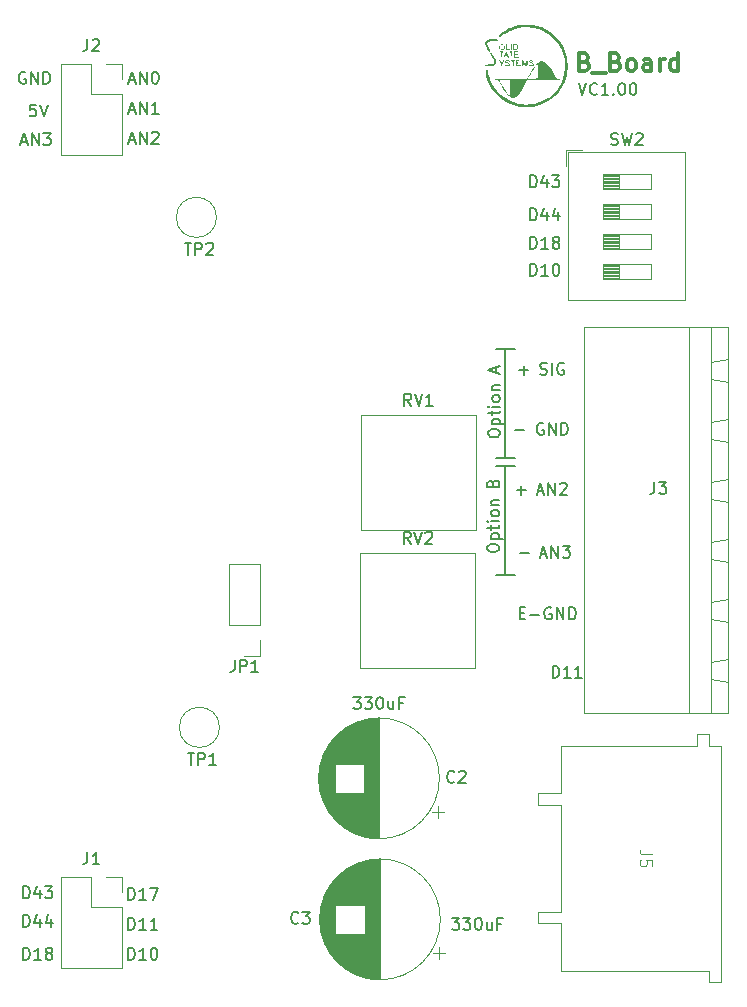
<source format=gbr>
%TF.GenerationSoftware,KiCad,Pcbnew,(7.0.0)*%
%TF.CreationDate,2023-12-04T19:23:21-08:00*%
%TF.ProjectId,Bottom_Board,426f7474-6f6d-45f4-926f-6172642e6b69,0*%
%TF.SameCoordinates,Original*%
%TF.FileFunction,Legend,Top*%
%TF.FilePolarity,Positive*%
%FSLAX46Y46*%
G04 Gerber Fmt 4.6, Leading zero omitted, Abs format (unit mm)*
G04 Created by KiCad (PCBNEW (7.0.0)) date 2023-12-04 19:23:21*
%MOMM*%
%LPD*%
G01*
G04 APERTURE LIST*
%ADD10C,0.150000*%
%ADD11C,0.300000*%
%ADD12C,0.100000*%
%ADD13C,0.120000*%
G04 APERTURE END LIST*
D10*
X158305500Y-101028500D02*
X156654500Y-101028500D01*
X158305500Y-110299500D02*
X156654500Y-110299500D01*
X158305500Y-100393500D02*
X156654500Y-100393500D01*
X157480000Y-100330000D02*
X157480000Y-91059000D01*
X157480000Y-110299500D02*
X157480000Y-101028500D01*
X158305500Y-91122500D02*
X156654500Y-91122500D01*
X117716323Y-70461980D02*
X117240133Y-70461980D01*
X117240133Y-70461980D02*
X117192514Y-70938171D01*
X117192514Y-70938171D02*
X117240133Y-70890552D01*
X117240133Y-70890552D02*
X117335371Y-70842933D01*
X117335371Y-70842933D02*
X117573466Y-70842933D01*
X117573466Y-70842933D02*
X117668704Y-70890552D01*
X117668704Y-70890552D02*
X117716323Y-70938171D01*
X117716323Y-70938171D02*
X117763942Y-71033409D01*
X117763942Y-71033409D02*
X117763942Y-71271504D01*
X117763942Y-71271504D02*
X117716323Y-71366742D01*
X117716323Y-71366742D02*
X117668704Y-71414361D01*
X117668704Y-71414361D02*
X117573466Y-71461980D01*
X117573466Y-71461980D02*
X117335371Y-71461980D01*
X117335371Y-71461980D02*
X117240133Y-71414361D01*
X117240133Y-71414361D02*
X117192514Y-71366742D01*
X118049657Y-70461980D02*
X118382990Y-71461980D01*
X118382990Y-71461980D02*
X118716323Y-70461980D01*
X163671238Y-68632380D02*
X164004571Y-69632380D01*
X164004571Y-69632380D02*
X164337904Y-68632380D01*
X165242666Y-69537142D02*
X165195047Y-69584761D01*
X165195047Y-69584761D02*
X165052190Y-69632380D01*
X165052190Y-69632380D02*
X164956952Y-69632380D01*
X164956952Y-69632380D02*
X164814095Y-69584761D01*
X164814095Y-69584761D02*
X164718857Y-69489523D01*
X164718857Y-69489523D02*
X164671238Y-69394285D01*
X164671238Y-69394285D02*
X164623619Y-69203809D01*
X164623619Y-69203809D02*
X164623619Y-69060952D01*
X164623619Y-69060952D02*
X164671238Y-68870476D01*
X164671238Y-68870476D02*
X164718857Y-68775238D01*
X164718857Y-68775238D02*
X164814095Y-68680000D01*
X164814095Y-68680000D02*
X164956952Y-68632380D01*
X164956952Y-68632380D02*
X165052190Y-68632380D01*
X165052190Y-68632380D02*
X165195047Y-68680000D01*
X165195047Y-68680000D02*
X165242666Y-68727619D01*
X166195047Y-69632380D02*
X165623619Y-69632380D01*
X165909333Y-69632380D02*
X165909333Y-68632380D01*
X165909333Y-68632380D02*
X165814095Y-68775238D01*
X165814095Y-68775238D02*
X165718857Y-68870476D01*
X165718857Y-68870476D02*
X165623619Y-68918095D01*
X166623619Y-69537142D02*
X166671238Y-69584761D01*
X166671238Y-69584761D02*
X166623619Y-69632380D01*
X166623619Y-69632380D02*
X166576000Y-69584761D01*
X166576000Y-69584761D02*
X166623619Y-69537142D01*
X166623619Y-69537142D02*
X166623619Y-69632380D01*
X167290285Y-68632380D02*
X167385523Y-68632380D01*
X167385523Y-68632380D02*
X167480761Y-68680000D01*
X167480761Y-68680000D02*
X167528380Y-68727619D01*
X167528380Y-68727619D02*
X167575999Y-68822857D01*
X167575999Y-68822857D02*
X167623618Y-69013333D01*
X167623618Y-69013333D02*
X167623618Y-69251428D01*
X167623618Y-69251428D02*
X167575999Y-69441904D01*
X167575999Y-69441904D02*
X167528380Y-69537142D01*
X167528380Y-69537142D02*
X167480761Y-69584761D01*
X167480761Y-69584761D02*
X167385523Y-69632380D01*
X167385523Y-69632380D02*
X167290285Y-69632380D01*
X167290285Y-69632380D02*
X167195047Y-69584761D01*
X167195047Y-69584761D02*
X167147428Y-69537142D01*
X167147428Y-69537142D02*
X167099809Y-69441904D01*
X167099809Y-69441904D02*
X167052190Y-69251428D01*
X167052190Y-69251428D02*
X167052190Y-69013333D01*
X167052190Y-69013333D02*
X167099809Y-68822857D01*
X167099809Y-68822857D02*
X167147428Y-68727619D01*
X167147428Y-68727619D02*
X167195047Y-68680000D01*
X167195047Y-68680000D02*
X167290285Y-68632380D01*
X168242666Y-68632380D02*
X168337904Y-68632380D01*
X168337904Y-68632380D02*
X168433142Y-68680000D01*
X168433142Y-68680000D02*
X168480761Y-68727619D01*
X168480761Y-68727619D02*
X168528380Y-68822857D01*
X168528380Y-68822857D02*
X168575999Y-69013333D01*
X168575999Y-69013333D02*
X168575999Y-69251428D01*
X168575999Y-69251428D02*
X168528380Y-69441904D01*
X168528380Y-69441904D02*
X168480761Y-69537142D01*
X168480761Y-69537142D02*
X168433142Y-69584761D01*
X168433142Y-69584761D02*
X168337904Y-69632380D01*
X168337904Y-69632380D02*
X168242666Y-69632380D01*
X168242666Y-69632380D02*
X168147428Y-69584761D01*
X168147428Y-69584761D02*
X168099809Y-69537142D01*
X168099809Y-69537142D02*
X168052190Y-69441904D01*
X168052190Y-69441904D02*
X168004571Y-69251428D01*
X168004571Y-69251428D02*
X168004571Y-69013333D01*
X168004571Y-69013333D02*
X168052190Y-68822857D01*
X168052190Y-68822857D02*
X168099809Y-68727619D01*
X168099809Y-68727619D02*
X168147428Y-68680000D01*
X168147428Y-68680000D02*
X168242666Y-68632380D01*
X125531714Y-142861380D02*
X125531714Y-141861380D01*
X125531714Y-141861380D02*
X125769809Y-141861380D01*
X125769809Y-141861380D02*
X125912666Y-141909000D01*
X125912666Y-141909000D02*
X126007904Y-142004238D01*
X126007904Y-142004238D02*
X126055523Y-142099476D01*
X126055523Y-142099476D02*
X126103142Y-142289952D01*
X126103142Y-142289952D02*
X126103142Y-142432809D01*
X126103142Y-142432809D02*
X126055523Y-142623285D01*
X126055523Y-142623285D02*
X126007904Y-142718523D01*
X126007904Y-142718523D02*
X125912666Y-142813761D01*
X125912666Y-142813761D02*
X125769809Y-142861380D01*
X125769809Y-142861380D02*
X125531714Y-142861380D01*
X127055523Y-142861380D02*
X126484095Y-142861380D01*
X126769809Y-142861380D02*
X126769809Y-141861380D01*
X126769809Y-141861380D02*
X126674571Y-142004238D01*
X126674571Y-142004238D02*
X126579333Y-142099476D01*
X126579333Y-142099476D02*
X126484095Y-142147095D01*
X127674571Y-141861380D02*
X127769809Y-141861380D01*
X127769809Y-141861380D02*
X127865047Y-141909000D01*
X127865047Y-141909000D02*
X127912666Y-141956619D01*
X127912666Y-141956619D02*
X127960285Y-142051857D01*
X127960285Y-142051857D02*
X128007904Y-142242333D01*
X128007904Y-142242333D02*
X128007904Y-142480428D01*
X128007904Y-142480428D02*
X127960285Y-142670904D01*
X127960285Y-142670904D02*
X127912666Y-142766142D01*
X127912666Y-142766142D02*
X127865047Y-142813761D01*
X127865047Y-142813761D02*
X127769809Y-142861380D01*
X127769809Y-142861380D02*
X127674571Y-142861380D01*
X127674571Y-142861380D02*
X127579333Y-142813761D01*
X127579333Y-142813761D02*
X127531714Y-142766142D01*
X127531714Y-142766142D02*
X127484095Y-142670904D01*
X127484095Y-142670904D02*
X127436476Y-142480428D01*
X127436476Y-142480428D02*
X127436476Y-142242333D01*
X127436476Y-142242333D02*
X127484095Y-142051857D01*
X127484095Y-142051857D02*
X127531714Y-141956619D01*
X127531714Y-141956619D02*
X127579333Y-141909000D01*
X127579333Y-141909000D02*
X127674571Y-141861380D01*
X155944880Y-108092928D02*
X155944880Y-107902452D01*
X155944880Y-107902452D02*
X155992500Y-107807214D01*
X155992500Y-107807214D02*
X156087738Y-107711976D01*
X156087738Y-107711976D02*
X156278214Y-107664357D01*
X156278214Y-107664357D02*
X156611547Y-107664357D01*
X156611547Y-107664357D02*
X156802023Y-107711976D01*
X156802023Y-107711976D02*
X156897261Y-107807214D01*
X156897261Y-107807214D02*
X156944880Y-107902452D01*
X156944880Y-107902452D02*
X156944880Y-108092928D01*
X156944880Y-108092928D02*
X156897261Y-108188166D01*
X156897261Y-108188166D02*
X156802023Y-108283404D01*
X156802023Y-108283404D02*
X156611547Y-108331023D01*
X156611547Y-108331023D02*
X156278214Y-108331023D01*
X156278214Y-108331023D02*
X156087738Y-108283404D01*
X156087738Y-108283404D02*
X155992500Y-108188166D01*
X155992500Y-108188166D02*
X155944880Y-108092928D01*
X156278214Y-107235785D02*
X157278214Y-107235785D01*
X156325833Y-107235785D02*
X156278214Y-107140547D01*
X156278214Y-107140547D02*
X156278214Y-106950071D01*
X156278214Y-106950071D02*
X156325833Y-106854833D01*
X156325833Y-106854833D02*
X156373452Y-106807214D01*
X156373452Y-106807214D02*
X156468690Y-106759595D01*
X156468690Y-106759595D02*
X156754404Y-106759595D01*
X156754404Y-106759595D02*
X156849642Y-106807214D01*
X156849642Y-106807214D02*
X156897261Y-106854833D01*
X156897261Y-106854833D02*
X156944880Y-106950071D01*
X156944880Y-106950071D02*
X156944880Y-107140547D01*
X156944880Y-107140547D02*
X156897261Y-107235785D01*
X156278214Y-106473880D02*
X156278214Y-106092928D01*
X155944880Y-106331023D02*
X156802023Y-106331023D01*
X156802023Y-106331023D02*
X156897261Y-106283404D01*
X156897261Y-106283404D02*
X156944880Y-106188166D01*
X156944880Y-106188166D02*
X156944880Y-106092928D01*
X156944880Y-105759594D02*
X156278214Y-105759594D01*
X155944880Y-105759594D02*
X155992500Y-105807213D01*
X155992500Y-105807213D02*
X156040119Y-105759594D01*
X156040119Y-105759594D02*
X155992500Y-105711975D01*
X155992500Y-105711975D02*
X155944880Y-105759594D01*
X155944880Y-105759594D02*
X156040119Y-105759594D01*
X156944880Y-105140547D02*
X156897261Y-105235785D01*
X156897261Y-105235785D02*
X156849642Y-105283404D01*
X156849642Y-105283404D02*
X156754404Y-105331023D01*
X156754404Y-105331023D02*
X156468690Y-105331023D01*
X156468690Y-105331023D02*
X156373452Y-105283404D01*
X156373452Y-105283404D02*
X156325833Y-105235785D01*
X156325833Y-105235785D02*
X156278214Y-105140547D01*
X156278214Y-105140547D02*
X156278214Y-104997690D01*
X156278214Y-104997690D02*
X156325833Y-104902452D01*
X156325833Y-104902452D02*
X156373452Y-104854833D01*
X156373452Y-104854833D02*
X156468690Y-104807214D01*
X156468690Y-104807214D02*
X156754404Y-104807214D01*
X156754404Y-104807214D02*
X156849642Y-104854833D01*
X156849642Y-104854833D02*
X156897261Y-104902452D01*
X156897261Y-104902452D02*
X156944880Y-104997690D01*
X156944880Y-104997690D02*
X156944880Y-105140547D01*
X156278214Y-104378642D02*
X156944880Y-104378642D01*
X156373452Y-104378642D02*
X156325833Y-104331023D01*
X156325833Y-104331023D02*
X156278214Y-104235785D01*
X156278214Y-104235785D02*
X156278214Y-104092928D01*
X156278214Y-104092928D02*
X156325833Y-103997690D01*
X156325833Y-103997690D02*
X156421071Y-103950071D01*
X156421071Y-103950071D02*
X156944880Y-103950071D01*
X156421071Y-102540547D02*
X156468690Y-102397690D01*
X156468690Y-102397690D02*
X156516309Y-102350071D01*
X156516309Y-102350071D02*
X156611547Y-102302452D01*
X156611547Y-102302452D02*
X156754404Y-102302452D01*
X156754404Y-102302452D02*
X156849642Y-102350071D01*
X156849642Y-102350071D02*
X156897261Y-102397690D01*
X156897261Y-102397690D02*
X156944880Y-102492928D01*
X156944880Y-102492928D02*
X156944880Y-102873880D01*
X156944880Y-102873880D02*
X155944880Y-102873880D01*
X155944880Y-102873880D02*
X155944880Y-102540547D01*
X155944880Y-102540547D02*
X155992500Y-102445309D01*
X155992500Y-102445309D02*
X156040119Y-102397690D01*
X156040119Y-102397690D02*
X156135357Y-102350071D01*
X156135357Y-102350071D02*
X156230595Y-102350071D01*
X156230595Y-102350071D02*
X156325833Y-102397690D01*
X156325833Y-102397690D02*
X156373452Y-102445309D01*
X156373452Y-102445309D02*
X156421071Y-102540547D01*
X156421071Y-102540547D02*
X156421071Y-102873880D01*
X116840095Y-67741000D02*
X116744857Y-67693380D01*
X116744857Y-67693380D02*
X116602000Y-67693380D01*
X116602000Y-67693380D02*
X116459143Y-67741000D01*
X116459143Y-67741000D02*
X116363905Y-67836238D01*
X116363905Y-67836238D02*
X116316286Y-67931476D01*
X116316286Y-67931476D02*
X116268667Y-68121952D01*
X116268667Y-68121952D02*
X116268667Y-68264809D01*
X116268667Y-68264809D02*
X116316286Y-68455285D01*
X116316286Y-68455285D02*
X116363905Y-68550523D01*
X116363905Y-68550523D02*
X116459143Y-68645761D01*
X116459143Y-68645761D02*
X116602000Y-68693380D01*
X116602000Y-68693380D02*
X116697238Y-68693380D01*
X116697238Y-68693380D02*
X116840095Y-68645761D01*
X116840095Y-68645761D02*
X116887714Y-68598142D01*
X116887714Y-68598142D02*
X116887714Y-68264809D01*
X116887714Y-68264809D02*
X116697238Y-68264809D01*
X117316286Y-68693380D02*
X117316286Y-67693380D01*
X117316286Y-67693380D02*
X117887714Y-68693380D01*
X117887714Y-68693380D02*
X117887714Y-67693380D01*
X118363905Y-68693380D02*
X118363905Y-67693380D01*
X118363905Y-67693380D02*
X118602000Y-67693380D01*
X118602000Y-67693380D02*
X118744857Y-67741000D01*
X118744857Y-67741000D02*
X118840095Y-67836238D01*
X118840095Y-67836238D02*
X118887714Y-67931476D01*
X118887714Y-67931476D02*
X118935333Y-68121952D01*
X118935333Y-68121952D02*
X118935333Y-68264809D01*
X118935333Y-68264809D02*
X118887714Y-68455285D01*
X118887714Y-68455285D02*
X118840095Y-68550523D01*
X118840095Y-68550523D02*
X118744857Y-68645761D01*
X118744857Y-68645761D02*
X118602000Y-68693380D01*
X118602000Y-68693380D02*
X118363905Y-68693380D01*
X125634905Y-73487666D02*
X126111095Y-73487666D01*
X125539667Y-73773380D02*
X125873000Y-72773380D01*
X125873000Y-72773380D02*
X126206333Y-73773380D01*
X126539667Y-73773380D02*
X126539667Y-72773380D01*
X126539667Y-72773380D02*
X127111095Y-73773380D01*
X127111095Y-73773380D02*
X127111095Y-72773380D01*
X127539667Y-72868619D02*
X127587286Y-72821000D01*
X127587286Y-72821000D02*
X127682524Y-72773380D01*
X127682524Y-72773380D02*
X127920619Y-72773380D01*
X127920619Y-72773380D02*
X128015857Y-72821000D01*
X128015857Y-72821000D02*
X128063476Y-72868619D01*
X128063476Y-72868619D02*
X128111095Y-72963857D01*
X128111095Y-72963857D02*
X128111095Y-73059095D01*
X128111095Y-73059095D02*
X128063476Y-73201952D01*
X128063476Y-73201952D02*
X127492048Y-73773380D01*
X127492048Y-73773380D02*
X128111095Y-73773380D01*
X159567714Y-77456380D02*
X159567714Y-76456380D01*
X159567714Y-76456380D02*
X159805809Y-76456380D01*
X159805809Y-76456380D02*
X159948666Y-76504000D01*
X159948666Y-76504000D02*
X160043904Y-76599238D01*
X160043904Y-76599238D02*
X160091523Y-76694476D01*
X160091523Y-76694476D02*
X160139142Y-76884952D01*
X160139142Y-76884952D02*
X160139142Y-77027809D01*
X160139142Y-77027809D02*
X160091523Y-77218285D01*
X160091523Y-77218285D02*
X160043904Y-77313523D01*
X160043904Y-77313523D02*
X159948666Y-77408761D01*
X159948666Y-77408761D02*
X159805809Y-77456380D01*
X159805809Y-77456380D02*
X159567714Y-77456380D01*
X160996285Y-76789714D02*
X160996285Y-77456380D01*
X160758190Y-76408761D02*
X160520095Y-77123047D01*
X160520095Y-77123047D02*
X161139142Y-77123047D01*
X161424857Y-76456380D02*
X162043904Y-76456380D01*
X162043904Y-76456380D02*
X161710571Y-76837333D01*
X161710571Y-76837333D02*
X161853428Y-76837333D01*
X161853428Y-76837333D02*
X161948666Y-76884952D01*
X161948666Y-76884952D02*
X161996285Y-76932571D01*
X161996285Y-76932571D02*
X162043904Y-77027809D01*
X162043904Y-77027809D02*
X162043904Y-77265904D01*
X162043904Y-77265904D02*
X161996285Y-77361142D01*
X161996285Y-77361142D02*
X161948666Y-77408761D01*
X161948666Y-77408761D02*
X161853428Y-77456380D01*
X161853428Y-77456380D02*
X161567714Y-77456380D01*
X161567714Y-77456380D02*
X161472476Y-77408761D01*
X161472476Y-77408761D02*
X161424857Y-77361142D01*
X125634905Y-70947666D02*
X126111095Y-70947666D01*
X125539667Y-71233380D02*
X125873000Y-70233380D01*
X125873000Y-70233380D02*
X126206333Y-71233380D01*
X126539667Y-71233380D02*
X126539667Y-70233380D01*
X126539667Y-70233380D02*
X127111095Y-71233380D01*
X127111095Y-71233380D02*
X127111095Y-70233380D01*
X128111095Y-71233380D02*
X127539667Y-71233380D01*
X127825381Y-71233380D02*
X127825381Y-70233380D01*
X127825381Y-70233380D02*
X127730143Y-70376238D01*
X127730143Y-70376238D02*
X127634905Y-70471476D01*
X127634905Y-70471476D02*
X127539667Y-70519095D01*
D11*
X164179142Y-66832857D02*
X164393428Y-66904285D01*
X164393428Y-66904285D02*
X164464857Y-66975714D01*
X164464857Y-66975714D02*
X164536285Y-67118571D01*
X164536285Y-67118571D02*
X164536285Y-67332857D01*
X164536285Y-67332857D02*
X164464857Y-67475714D01*
X164464857Y-67475714D02*
X164393428Y-67547142D01*
X164393428Y-67547142D02*
X164250571Y-67618571D01*
X164250571Y-67618571D02*
X163679142Y-67618571D01*
X163679142Y-67618571D02*
X163679142Y-66118571D01*
X163679142Y-66118571D02*
X164179142Y-66118571D01*
X164179142Y-66118571D02*
X164322000Y-66190000D01*
X164322000Y-66190000D02*
X164393428Y-66261428D01*
X164393428Y-66261428D02*
X164464857Y-66404285D01*
X164464857Y-66404285D02*
X164464857Y-66547142D01*
X164464857Y-66547142D02*
X164393428Y-66690000D01*
X164393428Y-66690000D02*
X164322000Y-66761428D01*
X164322000Y-66761428D02*
X164179142Y-66832857D01*
X164179142Y-66832857D02*
X163679142Y-66832857D01*
X164822000Y-67761428D02*
X165964857Y-67761428D01*
X166821999Y-66832857D02*
X167036285Y-66904285D01*
X167036285Y-66904285D02*
X167107714Y-66975714D01*
X167107714Y-66975714D02*
X167179142Y-67118571D01*
X167179142Y-67118571D02*
X167179142Y-67332857D01*
X167179142Y-67332857D02*
X167107714Y-67475714D01*
X167107714Y-67475714D02*
X167036285Y-67547142D01*
X167036285Y-67547142D02*
X166893428Y-67618571D01*
X166893428Y-67618571D02*
X166321999Y-67618571D01*
X166321999Y-67618571D02*
X166321999Y-66118571D01*
X166321999Y-66118571D02*
X166821999Y-66118571D01*
X166821999Y-66118571D02*
X166964857Y-66190000D01*
X166964857Y-66190000D02*
X167036285Y-66261428D01*
X167036285Y-66261428D02*
X167107714Y-66404285D01*
X167107714Y-66404285D02*
X167107714Y-66547142D01*
X167107714Y-66547142D02*
X167036285Y-66690000D01*
X167036285Y-66690000D02*
X166964857Y-66761428D01*
X166964857Y-66761428D02*
X166821999Y-66832857D01*
X166821999Y-66832857D02*
X166321999Y-66832857D01*
X168036285Y-67618571D02*
X167893428Y-67547142D01*
X167893428Y-67547142D02*
X167821999Y-67475714D01*
X167821999Y-67475714D02*
X167750571Y-67332857D01*
X167750571Y-67332857D02*
X167750571Y-66904285D01*
X167750571Y-66904285D02*
X167821999Y-66761428D01*
X167821999Y-66761428D02*
X167893428Y-66690000D01*
X167893428Y-66690000D02*
X168036285Y-66618571D01*
X168036285Y-66618571D02*
X168250571Y-66618571D01*
X168250571Y-66618571D02*
X168393428Y-66690000D01*
X168393428Y-66690000D02*
X168464857Y-66761428D01*
X168464857Y-66761428D02*
X168536285Y-66904285D01*
X168536285Y-66904285D02*
X168536285Y-67332857D01*
X168536285Y-67332857D02*
X168464857Y-67475714D01*
X168464857Y-67475714D02*
X168393428Y-67547142D01*
X168393428Y-67547142D02*
X168250571Y-67618571D01*
X168250571Y-67618571D02*
X168036285Y-67618571D01*
X169822000Y-67618571D02*
X169822000Y-66832857D01*
X169822000Y-66832857D02*
X169750571Y-66690000D01*
X169750571Y-66690000D02*
X169607714Y-66618571D01*
X169607714Y-66618571D02*
X169322000Y-66618571D01*
X169322000Y-66618571D02*
X169179142Y-66690000D01*
X169822000Y-67547142D02*
X169679142Y-67618571D01*
X169679142Y-67618571D02*
X169322000Y-67618571D01*
X169322000Y-67618571D02*
X169179142Y-67547142D01*
X169179142Y-67547142D02*
X169107714Y-67404285D01*
X169107714Y-67404285D02*
X169107714Y-67261428D01*
X169107714Y-67261428D02*
X169179142Y-67118571D01*
X169179142Y-67118571D02*
X169322000Y-67047142D01*
X169322000Y-67047142D02*
X169679142Y-67047142D01*
X169679142Y-67047142D02*
X169822000Y-66975714D01*
X170536285Y-67618571D02*
X170536285Y-66618571D01*
X170536285Y-66904285D02*
X170607714Y-66761428D01*
X170607714Y-66761428D02*
X170679143Y-66690000D01*
X170679143Y-66690000D02*
X170822000Y-66618571D01*
X170822000Y-66618571D02*
X170964857Y-66618571D01*
X172107714Y-67618571D02*
X172107714Y-66118571D01*
X172107714Y-67547142D02*
X171964856Y-67618571D01*
X171964856Y-67618571D02*
X171679142Y-67618571D01*
X171679142Y-67618571D02*
X171536285Y-67547142D01*
X171536285Y-67547142D02*
X171464856Y-67475714D01*
X171464856Y-67475714D02*
X171393428Y-67332857D01*
X171393428Y-67332857D02*
X171393428Y-66904285D01*
X171393428Y-66904285D02*
X171464856Y-66761428D01*
X171464856Y-66761428D02*
X171536285Y-66690000D01*
X171536285Y-66690000D02*
X171679142Y-66618571D01*
X171679142Y-66618571D02*
X171964856Y-66618571D01*
X171964856Y-66618571D02*
X172107714Y-66690000D01*
D10*
X159567714Y-84949380D02*
X159567714Y-83949380D01*
X159567714Y-83949380D02*
X159805809Y-83949380D01*
X159805809Y-83949380D02*
X159948666Y-83997000D01*
X159948666Y-83997000D02*
X160043904Y-84092238D01*
X160043904Y-84092238D02*
X160091523Y-84187476D01*
X160091523Y-84187476D02*
X160139142Y-84377952D01*
X160139142Y-84377952D02*
X160139142Y-84520809D01*
X160139142Y-84520809D02*
X160091523Y-84711285D01*
X160091523Y-84711285D02*
X160043904Y-84806523D01*
X160043904Y-84806523D02*
X159948666Y-84901761D01*
X159948666Y-84901761D02*
X159805809Y-84949380D01*
X159805809Y-84949380D02*
X159567714Y-84949380D01*
X161091523Y-84949380D02*
X160520095Y-84949380D01*
X160805809Y-84949380D02*
X160805809Y-83949380D01*
X160805809Y-83949380D02*
X160710571Y-84092238D01*
X160710571Y-84092238D02*
X160615333Y-84187476D01*
X160615333Y-84187476D02*
X160520095Y-84235095D01*
X161710571Y-83949380D02*
X161805809Y-83949380D01*
X161805809Y-83949380D02*
X161901047Y-83997000D01*
X161901047Y-83997000D02*
X161948666Y-84044619D01*
X161948666Y-84044619D02*
X161996285Y-84139857D01*
X161996285Y-84139857D02*
X162043904Y-84330333D01*
X162043904Y-84330333D02*
X162043904Y-84568428D01*
X162043904Y-84568428D02*
X161996285Y-84758904D01*
X161996285Y-84758904D02*
X161948666Y-84854142D01*
X161948666Y-84854142D02*
X161901047Y-84901761D01*
X161901047Y-84901761D02*
X161805809Y-84949380D01*
X161805809Y-84949380D02*
X161710571Y-84949380D01*
X161710571Y-84949380D02*
X161615333Y-84901761D01*
X161615333Y-84901761D02*
X161567714Y-84854142D01*
X161567714Y-84854142D02*
X161520095Y-84758904D01*
X161520095Y-84758904D02*
X161472476Y-84568428D01*
X161472476Y-84568428D02*
X161472476Y-84330333D01*
X161472476Y-84330333D02*
X161520095Y-84139857D01*
X161520095Y-84139857D02*
X161567714Y-84044619D01*
X161567714Y-84044619D02*
X161615333Y-83997000D01*
X161615333Y-83997000D02*
X161710571Y-83949380D01*
X116490905Y-73614666D02*
X116967095Y-73614666D01*
X116395667Y-73900380D02*
X116729000Y-72900380D01*
X116729000Y-72900380D02*
X117062333Y-73900380D01*
X117395667Y-73900380D02*
X117395667Y-72900380D01*
X117395667Y-72900380D02*
X117967095Y-73900380D01*
X117967095Y-73900380D02*
X117967095Y-72900380D01*
X118348048Y-72900380D02*
X118967095Y-72900380D01*
X118967095Y-72900380D02*
X118633762Y-73281333D01*
X118633762Y-73281333D02*
X118776619Y-73281333D01*
X118776619Y-73281333D02*
X118871857Y-73328952D01*
X118871857Y-73328952D02*
X118919476Y-73376571D01*
X118919476Y-73376571D02*
X118967095Y-73471809D01*
X118967095Y-73471809D02*
X118967095Y-73709904D01*
X118967095Y-73709904D02*
X118919476Y-73805142D01*
X118919476Y-73805142D02*
X118871857Y-73852761D01*
X118871857Y-73852761D02*
X118776619Y-73900380D01*
X118776619Y-73900380D02*
X118490905Y-73900380D01*
X118490905Y-73900380D02*
X118395667Y-73852761D01*
X118395667Y-73852761D02*
X118348048Y-73805142D01*
X159567714Y-82663380D02*
X159567714Y-81663380D01*
X159567714Y-81663380D02*
X159805809Y-81663380D01*
X159805809Y-81663380D02*
X159948666Y-81711000D01*
X159948666Y-81711000D02*
X160043904Y-81806238D01*
X160043904Y-81806238D02*
X160091523Y-81901476D01*
X160091523Y-81901476D02*
X160139142Y-82091952D01*
X160139142Y-82091952D02*
X160139142Y-82234809D01*
X160139142Y-82234809D02*
X160091523Y-82425285D01*
X160091523Y-82425285D02*
X160043904Y-82520523D01*
X160043904Y-82520523D02*
X159948666Y-82615761D01*
X159948666Y-82615761D02*
X159805809Y-82663380D01*
X159805809Y-82663380D02*
X159567714Y-82663380D01*
X161091523Y-82663380D02*
X160520095Y-82663380D01*
X160805809Y-82663380D02*
X160805809Y-81663380D01*
X160805809Y-81663380D02*
X160710571Y-81806238D01*
X160710571Y-81806238D02*
X160615333Y-81901476D01*
X160615333Y-81901476D02*
X160520095Y-81949095D01*
X161662952Y-82091952D02*
X161567714Y-82044333D01*
X161567714Y-82044333D02*
X161520095Y-81996714D01*
X161520095Y-81996714D02*
X161472476Y-81901476D01*
X161472476Y-81901476D02*
X161472476Y-81853857D01*
X161472476Y-81853857D02*
X161520095Y-81758619D01*
X161520095Y-81758619D02*
X161567714Y-81711000D01*
X161567714Y-81711000D02*
X161662952Y-81663380D01*
X161662952Y-81663380D02*
X161853428Y-81663380D01*
X161853428Y-81663380D02*
X161948666Y-81711000D01*
X161948666Y-81711000D02*
X161996285Y-81758619D01*
X161996285Y-81758619D02*
X162043904Y-81853857D01*
X162043904Y-81853857D02*
X162043904Y-81901476D01*
X162043904Y-81901476D02*
X161996285Y-81996714D01*
X161996285Y-81996714D02*
X161948666Y-82044333D01*
X161948666Y-82044333D02*
X161853428Y-82091952D01*
X161853428Y-82091952D02*
X161662952Y-82091952D01*
X161662952Y-82091952D02*
X161567714Y-82139571D01*
X161567714Y-82139571D02*
X161520095Y-82187190D01*
X161520095Y-82187190D02*
X161472476Y-82282428D01*
X161472476Y-82282428D02*
X161472476Y-82472904D01*
X161472476Y-82472904D02*
X161520095Y-82568142D01*
X161520095Y-82568142D02*
X161567714Y-82615761D01*
X161567714Y-82615761D02*
X161662952Y-82663380D01*
X161662952Y-82663380D02*
X161853428Y-82663380D01*
X161853428Y-82663380D02*
X161948666Y-82615761D01*
X161948666Y-82615761D02*
X161996285Y-82568142D01*
X161996285Y-82568142D02*
X162043904Y-82472904D01*
X162043904Y-82472904D02*
X162043904Y-82282428D01*
X162043904Y-82282428D02*
X161996285Y-82187190D01*
X161996285Y-82187190D02*
X161948666Y-82139571D01*
X161948666Y-82139571D02*
X161853428Y-82091952D01*
X156008380Y-98377428D02*
X156008380Y-98186952D01*
X156008380Y-98186952D02*
X156056000Y-98091714D01*
X156056000Y-98091714D02*
X156151238Y-97996476D01*
X156151238Y-97996476D02*
X156341714Y-97948857D01*
X156341714Y-97948857D02*
X156675047Y-97948857D01*
X156675047Y-97948857D02*
X156865523Y-97996476D01*
X156865523Y-97996476D02*
X156960761Y-98091714D01*
X156960761Y-98091714D02*
X157008380Y-98186952D01*
X157008380Y-98186952D02*
X157008380Y-98377428D01*
X157008380Y-98377428D02*
X156960761Y-98472666D01*
X156960761Y-98472666D02*
X156865523Y-98567904D01*
X156865523Y-98567904D02*
X156675047Y-98615523D01*
X156675047Y-98615523D02*
X156341714Y-98615523D01*
X156341714Y-98615523D02*
X156151238Y-98567904D01*
X156151238Y-98567904D02*
X156056000Y-98472666D01*
X156056000Y-98472666D02*
X156008380Y-98377428D01*
X156341714Y-97520285D02*
X157341714Y-97520285D01*
X156389333Y-97520285D02*
X156341714Y-97425047D01*
X156341714Y-97425047D02*
X156341714Y-97234571D01*
X156341714Y-97234571D02*
X156389333Y-97139333D01*
X156389333Y-97139333D02*
X156436952Y-97091714D01*
X156436952Y-97091714D02*
X156532190Y-97044095D01*
X156532190Y-97044095D02*
X156817904Y-97044095D01*
X156817904Y-97044095D02*
X156913142Y-97091714D01*
X156913142Y-97091714D02*
X156960761Y-97139333D01*
X156960761Y-97139333D02*
X157008380Y-97234571D01*
X157008380Y-97234571D02*
X157008380Y-97425047D01*
X157008380Y-97425047D02*
X156960761Y-97520285D01*
X156341714Y-96758380D02*
X156341714Y-96377428D01*
X156008380Y-96615523D02*
X156865523Y-96615523D01*
X156865523Y-96615523D02*
X156960761Y-96567904D01*
X156960761Y-96567904D02*
X157008380Y-96472666D01*
X157008380Y-96472666D02*
X157008380Y-96377428D01*
X157008380Y-96044094D02*
X156341714Y-96044094D01*
X156008380Y-96044094D02*
X156056000Y-96091713D01*
X156056000Y-96091713D02*
X156103619Y-96044094D01*
X156103619Y-96044094D02*
X156056000Y-95996475D01*
X156056000Y-95996475D02*
X156008380Y-96044094D01*
X156008380Y-96044094D02*
X156103619Y-96044094D01*
X157008380Y-95425047D02*
X156960761Y-95520285D01*
X156960761Y-95520285D02*
X156913142Y-95567904D01*
X156913142Y-95567904D02*
X156817904Y-95615523D01*
X156817904Y-95615523D02*
X156532190Y-95615523D01*
X156532190Y-95615523D02*
X156436952Y-95567904D01*
X156436952Y-95567904D02*
X156389333Y-95520285D01*
X156389333Y-95520285D02*
X156341714Y-95425047D01*
X156341714Y-95425047D02*
X156341714Y-95282190D01*
X156341714Y-95282190D02*
X156389333Y-95186952D01*
X156389333Y-95186952D02*
X156436952Y-95139333D01*
X156436952Y-95139333D02*
X156532190Y-95091714D01*
X156532190Y-95091714D02*
X156817904Y-95091714D01*
X156817904Y-95091714D02*
X156913142Y-95139333D01*
X156913142Y-95139333D02*
X156960761Y-95186952D01*
X156960761Y-95186952D02*
X157008380Y-95282190D01*
X157008380Y-95282190D02*
X157008380Y-95425047D01*
X156341714Y-94663142D02*
X157008380Y-94663142D01*
X156436952Y-94663142D02*
X156389333Y-94615523D01*
X156389333Y-94615523D02*
X156341714Y-94520285D01*
X156341714Y-94520285D02*
X156341714Y-94377428D01*
X156341714Y-94377428D02*
X156389333Y-94282190D01*
X156389333Y-94282190D02*
X156484571Y-94234571D01*
X156484571Y-94234571D02*
X157008380Y-94234571D01*
X156722666Y-93205999D02*
X156722666Y-92729809D01*
X157008380Y-93301237D02*
X156008380Y-92967904D01*
X156008380Y-92967904D02*
X157008380Y-92634571D01*
X125531714Y-140321380D02*
X125531714Y-139321380D01*
X125531714Y-139321380D02*
X125769809Y-139321380D01*
X125769809Y-139321380D02*
X125912666Y-139369000D01*
X125912666Y-139369000D02*
X126007904Y-139464238D01*
X126007904Y-139464238D02*
X126055523Y-139559476D01*
X126055523Y-139559476D02*
X126103142Y-139749952D01*
X126103142Y-139749952D02*
X126103142Y-139892809D01*
X126103142Y-139892809D02*
X126055523Y-140083285D01*
X126055523Y-140083285D02*
X126007904Y-140178523D01*
X126007904Y-140178523D02*
X125912666Y-140273761D01*
X125912666Y-140273761D02*
X125769809Y-140321380D01*
X125769809Y-140321380D02*
X125531714Y-140321380D01*
X127055523Y-140321380D02*
X126484095Y-140321380D01*
X126769809Y-140321380D02*
X126769809Y-139321380D01*
X126769809Y-139321380D02*
X126674571Y-139464238D01*
X126674571Y-139464238D02*
X126579333Y-139559476D01*
X126579333Y-139559476D02*
X126484095Y-139607095D01*
X128007904Y-140321380D02*
X127436476Y-140321380D01*
X127722190Y-140321380D02*
X127722190Y-139321380D01*
X127722190Y-139321380D02*
X127626952Y-139464238D01*
X127626952Y-139464238D02*
X127531714Y-139559476D01*
X127531714Y-139559476D02*
X127436476Y-139607095D01*
X116641714Y-142861380D02*
X116641714Y-141861380D01*
X116641714Y-141861380D02*
X116879809Y-141861380D01*
X116879809Y-141861380D02*
X117022666Y-141909000D01*
X117022666Y-141909000D02*
X117117904Y-142004238D01*
X117117904Y-142004238D02*
X117165523Y-142099476D01*
X117165523Y-142099476D02*
X117213142Y-142289952D01*
X117213142Y-142289952D02*
X117213142Y-142432809D01*
X117213142Y-142432809D02*
X117165523Y-142623285D01*
X117165523Y-142623285D02*
X117117904Y-142718523D01*
X117117904Y-142718523D02*
X117022666Y-142813761D01*
X117022666Y-142813761D02*
X116879809Y-142861380D01*
X116879809Y-142861380D02*
X116641714Y-142861380D01*
X118165523Y-142861380D02*
X117594095Y-142861380D01*
X117879809Y-142861380D02*
X117879809Y-141861380D01*
X117879809Y-141861380D02*
X117784571Y-142004238D01*
X117784571Y-142004238D02*
X117689333Y-142099476D01*
X117689333Y-142099476D02*
X117594095Y-142147095D01*
X118736952Y-142289952D02*
X118641714Y-142242333D01*
X118641714Y-142242333D02*
X118594095Y-142194714D01*
X118594095Y-142194714D02*
X118546476Y-142099476D01*
X118546476Y-142099476D02*
X118546476Y-142051857D01*
X118546476Y-142051857D02*
X118594095Y-141956619D01*
X118594095Y-141956619D02*
X118641714Y-141909000D01*
X118641714Y-141909000D02*
X118736952Y-141861380D01*
X118736952Y-141861380D02*
X118927428Y-141861380D01*
X118927428Y-141861380D02*
X119022666Y-141909000D01*
X119022666Y-141909000D02*
X119070285Y-141956619D01*
X119070285Y-141956619D02*
X119117904Y-142051857D01*
X119117904Y-142051857D02*
X119117904Y-142099476D01*
X119117904Y-142099476D02*
X119070285Y-142194714D01*
X119070285Y-142194714D02*
X119022666Y-142242333D01*
X119022666Y-142242333D02*
X118927428Y-142289952D01*
X118927428Y-142289952D02*
X118736952Y-142289952D01*
X118736952Y-142289952D02*
X118641714Y-142337571D01*
X118641714Y-142337571D02*
X118594095Y-142385190D01*
X118594095Y-142385190D02*
X118546476Y-142480428D01*
X118546476Y-142480428D02*
X118546476Y-142670904D01*
X118546476Y-142670904D02*
X118594095Y-142766142D01*
X118594095Y-142766142D02*
X118641714Y-142813761D01*
X118641714Y-142813761D02*
X118736952Y-142861380D01*
X118736952Y-142861380D02*
X118927428Y-142861380D01*
X118927428Y-142861380D02*
X119022666Y-142813761D01*
X119022666Y-142813761D02*
X119070285Y-142766142D01*
X119070285Y-142766142D02*
X119117904Y-142670904D01*
X119117904Y-142670904D02*
X119117904Y-142480428D01*
X119117904Y-142480428D02*
X119070285Y-142385190D01*
X119070285Y-142385190D02*
X119022666Y-142337571D01*
X119022666Y-142337571D02*
X118927428Y-142289952D01*
X158678857Y-113508571D02*
X159012190Y-113508571D01*
X159155047Y-114032380D02*
X158678857Y-114032380D01*
X158678857Y-114032380D02*
X158678857Y-113032380D01*
X158678857Y-113032380D02*
X159155047Y-113032380D01*
X159583619Y-113651428D02*
X160345524Y-113651428D01*
X161345523Y-113080000D02*
X161250285Y-113032380D01*
X161250285Y-113032380D02*
X161107428Y-113032380D01*
X161107428Y-113032380D02*
X160964571Y-113080000D01*
X160964571Y-113080000D02*
X160869333Y-113175238D01*
X160869333Y-113175238D02*
X160821714Y-113270476D01*
X160821714Y-113270476D02*
X160774095Y-113460952D01*
X160774095Y-113460952D02*
X160774095Y-113603809D01*
X160774095Y-113603809D02*
X160821714Y-113794285D01*
X160821714Y-113794285D02*
X160869333Y-113889523D01*
X160869333Y-113889523D02*
X160964571Y-113984761D01*
X160964571Y-113984761D02*
X161107428Y-114032380D01*
X161107428Y-114032380D02*
X161202666Y-114032380D01*
X161202666Y-114032380D02*
X161345523Y-113984761D01*
X161345523Y-113984761D02*
X161393142Y-113937142D01*
X161393142Y-113937142D02*
X161393142Y-113603809D01*
X161393142Y-113603809D02*
X161202666Y-113603809D01*
X161821714Y-114032380D02*
X161821714Y-113032380D01*
X161821714Y-113032380D02*
X162393142Y-114032380D01*
X162393142Y-114032380D02*
X162393142Y-113032380D01*
X162869333Y-114032380D02*
X162869333Y-113032380D01*
X162869333Y-113032380D02*
X163107428Y-113032380D01*
X163107428Y-113032380D02*
X163250285Y-113080000D01*
X163250285Y-113080000D02*
X163345523Y-113175238D01*
X163345523Y-113175238D02*
X163393142Y-113270476D01*
X163393142Y-113270476D02*
X163440761Y-113460952D01*
X163440761Y-113460952D02*
X163440761Y-113603809D01*
X163440761Y-113603809D02*
X163393142Y-113794285D01*
X163393142Y-113794285D02*
X163345523Y-113889523D01*
X163345523Y-113889523D02*
X163250285Y-113984761D01*
X163250285Y-113984761D02*
X163107428Y-114032380D01*
X163107428Y-114032380D02*
X162869333Y-114032380D01*
X161472714Y-118985380D02*
X161472714Y-117985380D01*
X161472714Y-117985380D02*
X161710809Y-117985380D01*
X161710809Y-117985380D02*
X161853666Y-118033000D01*
X161853666Y-118033000D02*
X161948904Y-118128238D01*
X161948904Y-118128238D02*
X161996523Y-118223476D01*
X161996523Y-118223476D02*
X162044142Y-118413952D01*
X162044142Y-118413952D02*
X162044142Y-118556809D01*
X162044142Y-118556809D02*
X161996523Y-118747285D01*
X161996523Y-118747285D02*
X161948904Y-118842523D01*
X161948904Y-118842523D02*
X161853666Y-118937761D01*
X161853666Y-118937761D02*
X161710809Y-118985380D01*
X161710809Y-118985380D02*
X161472714Y-118985380D01*
X162996523Y-118985380D02*
X162425095Y-118985380D01*
X162710809Y-118985380D02*
X162710809Y-117985380D01*
X162710809Y-117985380D02*
X162615571Y-118128238D01*
X162615571Y-118128238D02*
X162520333Y-118223476D01*
X162520333Y-118223476D02*
X162425095Y-118271095D01*
X163948904Y-118985380D02*
X163377476Y-118985380D01*
X163663190Y-118985380D02*
X163663190Y-117985380D01*
X163663190Y-117985380D02*
X163567952Y-118128238D01*
X163567952Y-118128238D02*
X163472714Y-118223476D01*
X163472714Y-118223476D02*
X163377476Y-118271095D01*
X158418476Y-103110428D02*
X159180381Y-103110428D01*
X158799428Y-103491380D02*
X158799428Y-102729476D01*
X160208952Y-103205666D02*
X160685142Y-103205666D01*
X160113714Y-103491380D02*
X160447047Y-102491380D01*
X160447047Y-102491380D02*
X160780380Y-103491380D01*
X161113714Y-103491380D02*
X161113714Y-102491380D01*
X161113714Y-102491380D02*
X161685142Y-103491380D01*
X161685142Y-103491380D02*
X161685142Y-102491380D01*
X162113714Y-102586619D02*
X162161333Y-102539000D01*
X162161333Y-102539000D02*
X162256571Y-102491380D01*
X162256571Y-102491380D02*
X162494666Y-102491380D01*
X162494666Y-102491380D02*
X162589904Y-102539000D01*
X162589904Y-102539000D02*
X162637523Y-102586619D01*
X162637523Y-102586619D02*
X162685142Y-102681857D01*
X162685142Y-102681857D02*
X162685142Y-102777095D01*
X162685142Y-102777095D02*
X162637523Y-102919952D01*
X162637523Y-102919952D02*
X162066095Y-103491380D01*
X162066095Y-103491380D02*
X162685142Y-103491380D01*
X125634905Y-68407666D02*
X126111095Y-68407666D01*
X125539667Y-68693380D02*
X125873000Y-67693380D01*
X125873000Y-67693380D02*
X126206333Y-68693380D01*
X126539667Y-68693380D02*
X126539667Y-67693380D01*
X126539667Y-67693380D02*
X127111095Y-68693380D01*
X127111095Y-68693380D02*
X127111095Y-67693380D01*
X127777762Y-67693380D02*
X127873000Y-67693380D01*
X127873000Y-67693380D02*
X127968238Y-67741000D01*
X127968238Y-67741000D02*
X128015857Y-67788619D01*
X128015857Y-67788619D02*
X128063476Y-67883857D01*
X128063476Y-67883857D02*
X128111095Y-68074333D01*
X128111095Y-68074333D02*
X128111095Y-68312428D01*
X128111095Y-68312428D02*
X128063476Y-68502904D01*
X128063476Y-68502904D02*
X128015857Y-68598142D01*
X128015857Y-68598142D02*
X127968238Y-68645761D01*
X127968238Y-68645761D02*
X127873000Y-68693380D01*
X127873000Y-68693380D02*
X127777762Y-68693380D01*
X127777762Y-68693380D02*
X127682524Y-68645761D01*
X127682524Y-68645761D02*
X127634905Y-68598142D01*
X127634905Y-68598142D02*
X127587286Y-68502904D01*
X127587286Y-68502904D02*
X127539667Y-68312428D01*
X127539667Y-68312428D02*
X127539667Y-68074333D01*
X127539667Y-68074333D02*
X127587286Y-67883857D01*
X127587286Y-67883857D02*
X127634905Y-67788619D01*
X127634905Y-67788619D02*
X127682524Y-67741000D01*
X127682524Y-67741000D02*
X127777762Y-67693380D01*
X158672476Y-108444428D02*
X159434381Y-108444428D01*
X160462952Y-108539666D02*
X160939142Y-108539666D01*
X160367714Y-108825380D02*
X160701047Y-107825380D01*
X160701047Y-107825380D02*
X161034380Y-108825380D01*
X161367714Y-108825380D02*
X161367714Y-107825380D01*
X161367714Y-107825380D02*
X161939142Y-108825380D01*
X161939142Y-108825380D02*
X161939142Y-107825380D01*
X162320095Y-107825380D02*
X162939142Y-107825380D01*
X162939142Y-107825380D02*
X162605809Y-108206333D01*
X162605809Y-108206333D02*
X162748666Y-108206333D01*
X162748666Y-108206333D02*
X162843904Y-108253952D01*
X162843904Y-108253952D02*
X162891523Y-108301571D01*
X162891523Y-108301571D02*
X162939142Y-108396809D01*
X162939142Y-108396809D02*
X162939142Y-108634904D01*
X162939142Y-108634904D02*
X162891523Y-108730142D01*
X162891523Y-108730142D02*
X162843904Y-108777761D01*
X162843904Y-108777761D02*
X162748666Y-108825380D01*
X162748666Y-108825380D02*
X162462952Y-108825380D01*
X162462952Y-108825380D02*
X162367714Y-108777761D01*
X162367714Y-108777761D02*
X162320095Y-108730142D01*
X116641714Y-140067380D02*
X116641714Y-139067380D01*
X116641714Y-139067380D02*
X116879809Y-139067380D01*
X116879809Y-139067380D02*
X117022666Y-139115000D01*
X117022666Y-139115000D02*
X117117904Y-139210238D01*
X117117904Y-139210238D02*
X117165523Y-139305476D01*
X117165523Y-139305476D02*
X117213142Y-139495952D01*
X117213142Y-139495952D02*
X117213142Y-139638809D01*
X117213142Y-139638809D02*
X117165523Y-139829285D01*
X117165523Y-139829285D02*
X117117904Y-139924523D01*
X117117904Y-139924523D02*
X117022666Y-140019761D01*
X117022666Y-140019761D02*
X116879809Y-140067380D01*
X116879809Y-140067380D02*
X116641714Y-140067380D01*
X118070285Y-139400714D02*
X118070285Y-140067380D01*
X117832190Y-139019761D02*
X117594095Y-139734047D01*
X117594095Y-139734047D02*
X118213142Y-139734047D01*
X119022666Y-139400714D02*
X119022666Y-140067380D01*
X118784571Y-139019761D02*
X118546476Y-139734047D01*
X118546476Y-139734047D02*
X119165523Y-139734047D01*
X125531714Y-137781380D02*
X125531714Y-136781380D01*
X125531714Y-136781380D02*
X125769809Y-136781380D01*
X125769809Y-136781380D02*
X125912666Y-136829000D01*
X125912666Y-136829000D02*
X126007904Y-136924238D01*
X126007904Y-136924238D02*
X126055523Y-137019476D01*
X126055523Y-137019476D02*
X126103142Y-137209952D01*
X126103142Y-137209952D02*
X126103142Y-137352809D01*
X126103142Y-137352809D02*
X126055523Y-137543285D01*
X126055523Y-137543285D02*
X126007904Y-137638523D01*
X126007904Y-137638523D02*
X125912666Y-137733761D01*
X125912666Y-137733761D02*
X125769809Y-137781380D01*
X125769809Y-137781380D02*
X125531714Y-137781380D01*
X127055523Y-137781380D02*
X126484095Y-137781380D01*
X126769809Y-137781380D02*
X126769809Y-136781380D01*
X126769809Y-136781380D02*
X126674571Y-136924238D01*
X126674571Y-136924238D02*
X126579333Y-137019476D01*
X126579333Y-137019476D02*
X126484095Y-137067095D01*
X127388857Y-136781380D02*
X128055523Y-136781380D01*
X128055523Y-136781380D02*
X127626952Y-137781380D01*
X159567714Y-80250380D02*
X159567714Y-79250380D01*
X159567714Y-79250380D02*
X159805809Y-79250380D01*
X159805809Y-79250380D02*
X159948666Y-79298000D01*
X159948666Y-79298000D02*
X160043904Y-79393238D01*
X160043904Y-79393238D02*
X160091523Y-79488476D01*
X160091523Y-79488476D02*
X160139142Y-79678952D01*
X160139142Y-79678952D02*
X160139142Y-79821809D01*
X160139142Y-79821809D02*
X160091523Y-80012285D01*
X160091523Y-80012285D02*
X160043904Y-80107523D01*
X160043904Y-80107523D02*
X159948666Y-80202761D01*
X159948666Y-80202761D02*
X159805809Y-80250380D01*
X159805809Y-80250380D02*
X159567714Y-80250380D01*
X160996285Y-79583714D02*
X160996285Y-80250380D01*
X160758190Y-79202761D02*
X160520095Y-79917047D01*
X160520095Y-79917047D02*
X161139142Y-79917047D01*
X161948666Y-79583714D02*
X161948666Y-80250380D01*
X161710571Y-79202761D02*
X161472476Y-79917047D01*
X161472476Y-79917047D02*
X162091523Y-79917047D01*
X158632762Y-92950428D02*
X159394667Y-92950428D01*
X159013714Y-93331380D02*
X159013714Y-92569476D01*
X160423238Y-93283761D02*
X160566095Y-93331380D01*
X160566095Y-93331380D02*
X160804190Y-93331380D01*
X160804190Y-93331380D02*
X160899428Y-93283761D01*
X160899428Y-93283761D02*
X160947047Y-93236142D01*
X160947047Y-93236142D02*
X160994666Y-93140904D01*
X160994666Y-93140904D02*
X160994666Y-93045666D01*
X160994666Y-93045666D02*
X160947047Y-92950428D01*
X160947047Y-92950428D02*
X160899428Y-92902809D01*
X160899428Y-92902809D02*
X160804190Y-92855190D01*
X160804190Y-92855190D02*
X160613714Y-92807571D01*
X160613714Y-92807571D02*
X160518476Y-92759952D01*
X160518476Y-92759952D02*
X160470857Y-92712333D01*
X160470857Y-92712333D02*
X160423238Y-92617095D01*
X160423238Y-92617095D02*
X160423238Y-92521857D01*
X160423238Y-92521857D02*
X160470857Y-92426619D01*
X160470857Y-92426619D02*
X160518476Y-92379000D01*
X160518476Y-92379000D02*
X160613714Y-92331380D01*
X160613714Y-92331380D02*
X160851809Y-92331380D01*
X160851809Y-92331380D02*
X160994666Y-92379000D01*
X161423238Y-93331380D02*
X161423238Y-92331380D01*
X162423237Y-92379000D02*
X162327999Y-92331380D01*
X162327999Y-92331380D02*
X162185142Y-92331380D01*
X162185142Y-92331380D02*
X162042285Y-92379000D01*
X162042285Y-92379000D02*
X161947047Y-92474238D01*
X161947047Y-92474238D02*
X161899428Y-92569476D01*
X161899428Y-92569476D02*
X161851809Y-92759952D01*
X161851809Y-92759952D02*
X161851809Y-92902809D01*
X161851809Y-92902809D02*
X161899428Y-93093285D01*
X161899428Y-93093285D02*
X161947047Y-93188523D01*
X161947047Y-93188523D02*
X162042285Y-93283761D01*
X162042285Y-93283761D02*
X162185142Y-93331380D01*
X162185142Y-93331380D02*
X162280380Y-93331380D01*
X162280380Y-93331380D02*
X162423237Y-93283761D01*
X162423237Y-93283761D02*
X162470856Y-93236142D01*
X162470856Y-93236142D02*
X162470856Y-92902809D01*
X162470856Y-92902809D02*
X162280380Y-92902809D01*
X116641714Y-137654380D02*
X116641714Y-136654380D01*
X116641714Y-136654380D02*
X116879809Y-136654380D01*
X116879809Y-136654380D02*
X117022666Y-136702000D01*
X117022666Y-136702000D02*
X117117904Y-136797238D01*
X117117904Y-136797238D02*
X117165523Y-136892476D01*
X117165523Y-136892476D02*
X117213142Y-137082952D01*
X117213142Y-137082952D02*
X117213142Y-137225809D01*
X117213142Y-137225809D02*
X117165523Y-137416285D01*
X117165523Y-137416285D02*
X117117904Y-137511523D01*
X117117904Y-137511523D02*
X117022666Y-137606761D01*
X117022666Y-137606761D02*
X116879809Y-137654380D01*
X116879809Y-137654380D02*
X116641714Y-137654380D01*
X118070285Y-136987714D02*
X118070285Y-137654380D01*
X117832190Y-136606761D02*
X117594095Y-137321047D01*
X117594095Y-137321047D02*
X118213142Y-137321047D01*
X118498857Y-136654380D02*
X119117904Y-136654380D01*
X119117904Y-136654380D02*
X118784571Y-137035333D01*
X118784571Y-137035333D02*
X118927428Y-137035333D01*
X118927428Y-137035333D02*
X119022666Y-137082952D01*
X119022666Y-137082952D02*
X119070285Y-137130571D01*
X119070285Y-137130571D02*
X119117904Y-137225809D01*
X119117904Y-137225809D02*
X119117904Y-137463904D01*
X119117904Y-137463904D02*
X119070285Y-137559142D01*
X119070285Y-137559142D02*
X119022666Y-137606761D01*
X119022666Y-137606761D02*
X118927428Y-137654380D01*
X118927428Y-137654380D02*
X118641714Y-137654380D01*
X118641714Y-137654380D02*
X118546476Y-137606761D01*
X118546476Y-137606761D02*
X118498857Y-137559142D01*
X158323238Y-98030428D02*
X159085143Y-98030428D01*
X160685142Y-97459000D02*
X160589904Y-97411380D01*
X160589904Y-97411380D02*
X160447047Y-97411380D01*
X160447047Y-97411380D02*
X160304190Y-97459000D01*
X160304190Y-97459000D02*
X160208952Y-97554238D01*
X160208952Y-97554238D02*
X160161333Y-97649476D01*
X160161333Y-97649476D02*
X160113714Y-97839952D01*
X160113714Y-97839952D02*
X160113714Y-97982809D01*
X160113714Y-97982809D02*
X160161333Y-98173285D01*
X160161333Y-98173285D02*
X160208952Y-98268523D01*
X160208952Y-98268523D02*
X160304190Y-98363761D01*
X160304190Y-98363761D02*
X160447047Y-98411380D01*
X160447047Y-98411380D02*
X160542285Y-98411380D01*
X160542285Y-98411380D02*
X160685142Y-98363761D01*
X160685142Y-98363761D02*
X160732761Y-98316142D01*
X160732761Y-98316142D02*
X160732761Y-97982809D01*
X160732761Y-97982809D02*
X160542285Y-97982809D01*
X161161333Y-98411380D02*
X161161333Y-97411380D01*
X161161333Y-97411380D02*
X161732761Y-98411380D01*
X161732761Y-98411380D02*
X161732761Y-97411380D01*
X162208952Y-98411380D02*
X162208952Y-97411380D01*
X162208952Y-97411380D02*
X162447047Y-97411380D01*
X162447047Y-97411380D02*
X162589904Y-97459000D01*
X162589904Y-97459000D02*
X162685142Y-97554238D01*
X162685142Y-97554238D02*
X162732761Y-97649476D01*
X162732761Y-97649476D02*
X162780380Y-97839952D01*
X162780380Y-97839952D02*
X162780380Y-97982809D01*
X162780380Y-97982809D02*
X162732761Y-98173285D01*
X162732761Y-98173285D02*
X162685142Y-98268523D01*
X162685142Y-98268523D02*
X162589904Y-98363761D01*
X162589904Y-98363761D02*
X162447047Y-98411380D01*
X162447047Y-98411380D02*
X162208952Y-98411380D01*
%TO.C,C2*%
X153167656Y-127780142D02*
X153120037Y-127827761D01*
X153120037Y-127827761D02*
X152977180Y-127875380D01*
X152977180Y-127875380D02*
X152881942Y-127875380D01*
X152881942Y-127875380D02*
X152739085Y-127827761D01*
X152739085Y-127827761D02*
X152643847Y-127732523D01*
X152643847Y-127732523D02*
X152596228Y-127637285D01*
X152596228Y-127637285D02*
X152548609Y-127446809D01*
X152548609Y-127446809D02*
X152548609Y-127303952D01*
X152548609Y-127303952D02*
X152596228Y-127113476D01*
X152596228Y-127113476D02*
X152643847Y-127018238D01*
X152643847Y-127018238D02*
X152739085Y-126923000D01*
X152739085Y-126923000D02*
X152881942Y-126875380D01*
X152881942Y-126875380D02*
X152977180Y-126875380D01*
X152977180Y-126875380D02*
X153120037Y-126923000D01*
X153120037Y-126923000D02*
X153167656Y-126970619D01*
X153548609Y-126970619D02*
X153596228Y-126923000D01*
X153596228Y-126923000D02*
X153691466Y-126875380D01*
X153691466Y-126875380D02*
X153929561Y-126875380D01*
X153929561Y-126875380D02*
X154024799Y-126923000D01*
X154024799Y-126923000D02*
X154072418Y-126970619D01*
X154072418Y-126970619D02*
X154120037Y-127065857D01*
X154120037Y-127065857D02*
X154120037Y-127161095D01*
X154120037Y-127161095D02*
X154072418Y-127303952D01*
X154072418Y-127303952D02*
X153500990Y-127875380D01*
X153500990Y-127875380D02*
X154120037Y-127875380D01*
X144603656Y-120625380D02*
X145222703Y-120625380D01*
X145222703Y-120625380D02*
X144889370Y-121006333D01*
X144889370Y-121006333D02*
X145032227Y-121006333D01*
X145032227Y-121006333D02*
X145127465Y-121053952D01*
X145127465Y-121053952D02*
X145175084Y-121101571D01*
X145175084Y-121101571D02*
X145222703Y-121196809D01*
X145222703Y-121196809D02*
X145222703Y-121434904D01*
X145222703Y-121434904D02*
X145175084Y-121530142D01*
X145175084Y-121530142D02*
X145127465Y-121577761D01*
X145127465Y-121577761D02*
X145032227Y-121625380D01*
X145032227Y-121625380D02*
X144746513Y-121625380D01*
X144746513Y-121625380D02*
X144651275Y-121577761D01*
X144651275Y-121577761D02*
X144603656Y-121530142D01*
X145556037Y-120625380D02*
X146175084Y-120625380D01*
X146175084Y-120625380D02*
X145841751Y-121006333D01*
X145841751Y-121006333D02*
X145984608Y-121006333D01*
X145984608Y-121006333D02*
X146079846Y-121053952D01*
X146079846Y-121053952D02*
X146127465Y-121101571D01*
X146127465Y-121101571D02*
X146175084Y-121196809D01*
X146175084Y-121196809D02*
X146175084Y-121434904D01*
X146175084Y-121434904D02*
X146127465Y-121530142D01*
X146127465Y-121530142D02*
X146079846Y-121577761D01*
X146079846Y-121577761D02*
X145984608Y-121625380D01*
X145984608Y-121625380D02*
X145698894Y-121625380D01*
X145698894Y-121625380D02*
X145603656Y-121577761D01*
X145603656Y-121577761D02*
X145556037Y-121530142D01*
X146794132Y-120625380D02*
X146889370Y-120625380D01*
X146889370Y-120625380D02*
X146984608Y-120673000D01*
X146984608Y-120673000D02*
X147032227Y-120720619D01*
X147032227Y-120720619D02*
X147079846Y-120815857D01*
X147079846Y-120815857D02*
X147127465Y-121006333D01*
X147127465Y-121006333D02*
X147127465Y-121244428D01*
X147127465Y-121244428D02*
X147079846Y-121434904D01*
X147079846Y-121434904D02*
X147032227Y-121530142D01*
X147032227Y-121530142D02*
X146984608Y-121577761D01*
X146984608Y-121577761D02*
X146889370Y-121625380D01*
X146889370Y-121625380D02*
X146794132Y-121625380D01*
X146794132Y-121625380D02*
X146698894Y-121577761D01*
X146698894Y-121577761D02*
X146651275Y-121530142D01*
X146651275Y-121530142D02*
X146603656Y-121434904D01*
X146603656Y-121434904D02*
X146556037Y-121244428D01*
X146556037Y-121244428D02*
X146556037Y-121006333D01*
X146556037Y-121006333D02*
X146603656Y-120815857D01*
X146603656Y-120815857D02*
X146651275Y-120720619D01*
X146651275Y-120720619D02*
X146698894Y-120673000D01*
X146698894Y-120673000D02*
X146794132Y-120625380D01*
X147984608Y-120958714D02*
X147984608Y-121625380D01*
X147556037Y-120958714D02*
X147556037Y-121482523D01*
X147556037Y-121482523D02*
X147603656Y-121577761D01*
X147603656Y-121577761D02*
X147698894Y-121625380D01*
X147698894Y-121625380D02*
X147841751Y-121625380D01*
X147841751Y-121625380D02*
X147936989Y-121577761D01*
X147936989Y-121577761D02*
X147984608Y-121530142D01*
X148794132Y-121101571D02*
X148460799Y-121101571D01*
X148460799Y-121625380D02*
X148460799Y-120625380D01*
X148460799Y-120625380D02*
X148936989Y-120625380D01*
D12*
%TO.C,J5*%
X169852619Y-133952666D02*
X169138333Y-133952666D01*
X169138333Y-133952666D02*
X168995476Y-133905047D01*
X168995476Y-133905047D02*
X168900238Y-133809809D01*
X168900238Y-133809809D02*
X168852619Y-133666952D01*
X168852619Y-133666952D02*
X168852619Y-133571714D01*
X169852619Y-134905047D02*
X169852619Y-134428857D01*
X169852619Y-134428857D02*
X169376428Y-134381238D01*
X169376428Y-134381238D02*
X169424047Y-134428857D01*
X169424047Y-134428857D02*
X169471666Y-134524095D01*
X169471666Y-134524095D02*
X169471666Y-134762190D01*
X169471666Y-134762190D02*
X169424047Y-134857428D01*
X169424047Y-134857428D02*
X169376428Y-134905047D01*
X169376428Y-134905047D02*
X169281190Y-134952666D01*
X169281190Y-134952666D02*
X169043095Y-134952666D01*
X169043095Y-134952666D02*
X168947857Y-134905047D01*
X168947857Y-134905047D02*
X168900238Y-134857428D01*
X168900238Y-134857428D02*
X168852619Y-134762190D01*
X168852619Y-134762190D02*
X168852619Y-134524095D01*
X168852619Y-134524095D02*
X168900238Y-134428857D01*
X168900238Y-134428857D02*
X168947857Y-134381238D01*
D10*
%TO.C,C3*%
X139959656Y-139718142D02*
X139912037Y-139765761D01*
X139912037Y-139765761D02*
X139769180Y-139813380D01*
X139769180Y-139813380D02*
X139673942Y-139813380D01*
X139673942Y-139813380D02*
X139531085Y-139765761D01*
X139531085Y-139765761D02*
X139435847Y-139670523D01*
X139435847Y-139670523D02*
X139388228Y-139575285D01*
X139388228Y-139575285D02*
X139340609Y-139384809D01*
X139340609Y-139384809D02*
X139340609Y-139241952D01*
X139340609Y-139241952D02*
X139388228Y-139051476D01*
X139388228Y-139051476D02*
X139435847Y-138956238D01*
X139435847Y-138956238D02*
X139531085Y-138861000D01*
X139531085Y-138861000D02*
X139673942Y-138813380D01*
X139673942Y-138813380D02*
X139769180Y-138813380D01*
X139769180Y-138813380D02*
X139912037Y-138861000D01*
X139912037Y-138861000D02*
X139959656Y-138908619D01*
X140292990Y-138813380D02*
X140912037Y-138813380D01*
X140912037Y-138813380D02*
X140578704Y-139194333D01*
X140578704Y-139194333D02*
X140721561Y-139194333D01*
X140721561Y-139194333D02*
X140816799Y-139241952D01*
X140816799Y-139241952D02*
X140864418Y-139289571D01*
X140864418Y-139289571D02*
X140912037Y-139384809D01*
X140912037Y-139384809D02*
X140912037Y-139622904D01*
X140912037Y-139622904D02*
X140864418Y-139718142D01*
X140864418Y-139718142D02*
X140816799Y-139765761D01*
X140816799Y-139765761D02*
X140721561Y-139813380D01*
X140721561Y-139813380D02*
X140435847Y-139813380D01*
X140435847Y-139813380D02*
X140340609Y-139765761D01*
X140340609Y-139765761D02*
X140292990Y-139718142D01*
X152945656Y-139321380D02*
X153564703Y-139321380D01*
X153564703Y-139321380D02*
X153231370Y-139702333D01*
X153231370Y-139702333D02*
X153374227Y-139702333D01*
X153374227Y-139702333D02*
X153469465Y-139749952D01*
X153469465Y-139749952D02*
X153517084Y-139797571D01*
X153517084Y-139797571D02*
X153564703Y-139892809D01*
X153564703Y-139892809D02*
X153564703Y-140130904D01*
X153564703Y-140130904D02*
X153517084Y-140226142D01*
X153517084Y-140226142D02*
X153469465Y-140273761D01*
X153469465Y-140273761D02*
X153374227Y-140321380D01*
X153374227Y-140321380D02*
X153088513Y-140321380D01*
X153088513Y-140321380D02*
X152993275Y-140273761D01*
X152993275Y-140273761D02*
X152945656Y-140226142D01*
X153898037Y-139321380D02*
X154517084Y-139321380D01*
X154517084Y-139321380D02*
X154183751Y-139702333D01*
X154183751Y-139702333D02*
X154326608Y-139702333D01*
X154326608Y-139702333D02*
X154421846Y-139749952D01*
X154421846Y-139749952D02*
X154469465Y-139797571D01*
X154469465Y-139797571D02*
X154517084Y-139892809D01*
X154517084Y-139892809D02*
X154517084Y-140130904D01*
X154517084Y-140130904D02*
X154469465Y-140226142D01*
X154469465Y-140226142D02*
X154421846Y-140273761D01*
X154421846Y-140273761D02*
X154326608Y-140321380D01*
X154326608Y-140321380D02*
X154040894Y-140321380D01*
X154040894Y-140321380D02*
X153945656Y-140273761D01*
X153945656Y-140273761D02*
X153898037Y-140226142D01*
X155136132Y-139321380D02*
X155231370Y-139321380D01*
X155231370Y-139321380D02*
X155326608Y-139369000D01*
X155326608Y-139369000D02*
X155374227Y-139416619D01*
X155374227Y-139416619D02*
X155421846Y-139511857D01*
X155421846Y-139511857D02*
X155469465Y-139702333D01*
X155469465Y-139702333D02*
X155469465Y-139940428D01*
X155469465Y-139940428D02*
X155421846Y-140130904D01*
X155421846Y-140130904D02*
X155374227Y-140226142D01*
X155374227Y-140226142D02*
X155326608Y-140273761D01*
X155326608Y-140273761D02*
X155231370Y-140321380D01*
X155231370Y-140321380D02*
X155136132Y-140321380D01*
X155136132Y-140321380D02*
X155040894Y-140273761D01*
X155040894Y-140273761D02*
X154993275Y-140226142D01*
X154993275Y-140226142D02*
X154945656Y-140130904D01*
X154945656Y-140130904D02*
X154898037Y-139940428D01*
X154898037Y-139940428D02*
X154898037Y-139702333D01*
X154898037Y-139702333D02*
X154945656Y-139511857D01*
X154945656Y-139511857D02*
X154993275Y-139416619D01*
X154993275Y-139416619D02*
X155040894Y-139369000D01*
X155040894Y-139369000D02*
X155136132Y-139321380D01*
X156326608Y-139654714D02*
X156326608Y-140321380D01*
X155898037Y-139654714D02*
X155898037Y-140178523D01*
X155898037Y-140178523D02*
X155945656Y-140273761D01*
X155945656Y-140273761D02*
X156040894Y-140321380D01*
X156040894Y-140321380D02*
X156183751Y-140321380D01*
X156183751Y-140321380D02*
X156278989Y-140273761D01*
X156278989Y-140273761D02*
X156326608Y-140226142D01*
X157136132Y-139797571D02*
X156802799Y-139797571D01*
X156802799Y-140321380D02*
X156802799Y-139321380D01*
X156802799Y-139321380D02*
X157278989Y-139321380D01*
%TO.C,J2*%
X122094666Y-64923380D02*
X122094666Y-65637666D01*
X122094666Y-65637666D02*
X122047047Y-65780523D01*
X122047047Y-65780523D02*
X121951809Y-65875761D01*
X121951809Y-65875761D02*
X121808952Y-65923380D01*
X121808952Y-65923380D02*
X121713714Y-65923380D01*
X122523238Y-65018619D02*
X122570857Y-64971000D01*
X122570857Y-64971000D02*
X122666095Y-64923380D01*
X122666095Y-64923380D02*
X122904190Y-64923380D01*
X122904190Y-64923380D02*
X122999428Y-64971000D01*
X122999428Y-64971000D02*
X123047047Y-65018619D01*
X123047047Y-65018619D02*
X123094666Y-65113857D01*
X123094666Y-65113857D02*
X123094666Y-65209095D01*
X123094666Y-65209095D02*
X123047047Y-65351952D01*
X123047047Y-65351952D02*
X122475619Y-65923380D01*
X122475619Y-65923380D02*
X123094666Y-65923380D01*
%TO.C,J3*%
X170100666Y-102410918D02*
X170100666Y-103125204D01*
X170100666Y-103125204D02*
X170053047Y-103268061D01*
X170053047Y-103268061D02*
X169957809Y-103363299D01*
X169957809Y-103363299D02*
X169814952Y-103410918D01*
X169814952Y-103410918D02*
X169719714Y-103410918D01*
X170481619Y-102410918D02*
X171100666Y-102410918D01*
X171100666Y-102410918D02*
X170767333Y-102791871D01*
X170767333Y-102791871D02*
X170910190Y-102791871D01*
X170910190Y-102791871D02*
X171005428Y-102839490D01*
X171005428Y-102839490D02*
X171053047Y-102887109D01*
X171053047Y-102887109D02*
X171100666Y-102982347D01*
X171100666Y-102982347D02*
X171100666Y-103220442D01*
X171100666Y-103220442D02*
X171053047Y-103315680D01*
X171053047Y-103315680D02*
X171005428Y-103363299D01*
X171005428Y-103363299D02*
X170910190Y-103410918D01*
X170910190Y-103410918D02*
X170624476Y-103410918D01*
X170624476Y-103410918D02*
X170529238Y-103363299D01*
X170529238Y-103363299D02*
X170481619Y-103315680D01*
%TO.C,TP1*%
X130564095Y-125351380D02*
X131135523Y-125351380D01*
X130849809Y-126351380D02*
X130849809Y-125351380D01*
X131468857Y-126351380D02*
X131468857Y-125351380D01*
X131468857Y-125351380D02*
X131849809Y-125351380D01*
X131849809Y-125351380D02*
X131945047Y-125399000D01*
X131945047Y-125399000D02*
X131992666Y-125446619D01*
X131992666Y-125446619D02*
X132040285Y-125541857D01*
X132040285Y-125541857D02*
X132040285Y-125684714D01*
X132040285Y-125684714D02*
X131992666Y-125779952D01*
X131992666Y-125779952D02*
X131945047Y-125827571D01*
X131945047Y-125827571D02*
X131849809Y-125875190D01*
X131849809Y-125875190D02*
X131468857Y-125875190D01*
X132992666Y-126351380D02*
X132421238Y-126351380D01*
X132706952Y-126351380D02*
X132706952Y-125351380D01*
X132706952Y-125351380D02*
X132611714Y-125494238D01*
X132611714Y-125494238D02*
X132516476Y-125589476D01*
X132516476Y-125589476D02*
X132421238Y-125637095D01*
%TO.C,J1*%
X122094666Y-133757380D02*
X122094666Y-134471666D01*
X122094666Y-134471666D02*
X122047047Y-134614523D01*
X122047047Y-134614523D02*
X121951809Y-134709761D01*
X121951809Y-134709761D02*
X121808952Y-134757380D01*
X121808952Y-134757380D02*
X121713714Y-134757380D01*
X123094666Y-134757380D02*
X122523238Y-134757380D01*
X122808952Y-134757380D02*
X122808952Y-133757380D01*
X122808952Y-133757380D02*
X122713714Y-133900238D01*
X122713714Y-133900238D02*
X122618476Y-133995476D01*
X122618476Y-133995476D02*
X122523238Y-134043095D01*
%TO.C,RV2*%
X149459761Y-107636380D02*
X149126428Y-107160190D01*
X148888333Y-107636380D02*
X148888333Y-106636380D01*
X148888333Y-106636380D02*
X149269285Y-106636380D01*
X149269285Y-106636380D02*
X149364523Y-106684000D01*
X149364523Y-106684000D02*
X149412142Y-106731619D01*
X149412142Y-106731619D02*
X149459761Y-106826857D01*
X149459761Y-106826857D02*
X149459761Y-106969714D01*
X149459761Y-106969714D02*
X149412142Y-107064952D01*
X149412142Y-107064952D02*
X149364523Y-107112571D01*
X149364523Y-107112571D02*
X149269285Y-107160190D01*
X149269285Y-107160190D02*
X148888333Y-107160190D01*
X149745476Y-106636380D02*
X150078809Y-107636380D01*
X150078809Y-107636380D02*
X150412142Y-106636380D01*
X150697857Y-106731619D02*
X150745476Y-106684000D01*
X150745476Y-106684000D02*
X150840714Y-106636380D01*
X150840714Y-106636380D02*
X151078809Y-106636380D01*
X151078809Y-106636380D02*
X151174047Y-106684000D01*
X151174047Y-106684000D02*
X151221666Y-106731619D01*
X151221666Y-106731619D02*
X151269285Y-106826857D01*
X151269285Y-106826857D02*
X151269285Y-106922095D01*
X151269285Y-106922095D02*
X151221666Y-107064952D01*
X151221666Y-107064952D02*
X150650238Y-107636380D01*
X150650238Y-107636380D02*
X151269285Y-107636380D01*
%TO.C,SW2*%
X166433667Y-73832991D02*
X166576524Y-73880610D01*
X166576524Y-73880610D02*
X166814619Y-73880610D01*
X166814619Y-73880610D02*
X166909857Y-73832991D01*
X166909857Y-73832991D02*
X166957476Y-73785372D01*
X166957476Y-73785372D02*
X167005095Y-73690134D01*
X167005095Y-73690134D02*
X167005095Y-73594896D01*
X167005095Y-73594896D02*
X166957476Y-73499658D01*
X166957476Y-73499658D02*
X166909857Y-73452039D01*
X166909857Y-73452039D02*
X166814619Y-73404420D01*
X166814619Y-73404420D02*
X166624143Y-73356801D01*
X166624143Y-73356801D02*
X166528905Y-73309182D01*
X166528905Y-73309182D02*
X166481286Y-73261563D01*
X166481286Y-73261563D02*
X166433667Y-73166325D01*
X166433667Y-73166325D02*
X166433667Y-73071087D01*
X166433667Y-73071087D02*
X166481286Y-72975849D01*
X166481286Y-72975849D02*
X166528905Y-72928230D01*
X166528905Y-72928230D02*
X166624143Y-72880610D01*
X166624143Y-72880610D02*
X166862238Y-72880610D01*
X166862238Y-72880610D02*
X167005095Y-72928230D01*
X167338429Y-72880610D02*
X167576524Y-73880610D01*
X167576524Y-73880610D02*
X167767000Y-73166325D01*
X167767000Y-73166325D02*
X167957476Y-73880610D01*
X167957476Y-73880610D02*
X168195572Y-72880610D01*
X168528905Y-72975849D02*
X168576524Y-72928230D01*
X168576524Y-72928230D02*
X168671762Y-72880610D01*
X168671762Y-72880610D02*
X168909857Y-72880610D01*
X168909857Y-72880610D02*
X169005095Y-72928230D01*
X169005095Y-72928230D02*
X169052714Y-72975849D01*
X169052714Y-72975849D02*
X169100333Y-73071087D01*
X169100333Y-73071087D02*
X169100333Y-73166325D01*
X169100333Y-73166325D02*
X169052714Y-73309182D01*
X169052714Y-73309182D02*
X168481286Y-73880610D01*
X168481286Y-73880610D02*
X169100333Y-73880610D01*
%TO.C,TP2*%
X130310095Y-82171380D02*
X130881523Y-82171380D01*
X130595809Y-83171380D02*
X130595809Y-82171380D01*
X131214857Y-83171380D02*
X131214857Y-82171380D01*
X131214857Y-82171380D02*
X131595809Y-82171380D01*
X131595809Y-82171380D02*
X131691047Y-82219000D01*
X131691047Y-82219000D02*
X131738666Y-82266619D01*
X131738666Y-82266619D02*
X131786285Y-82361857D01*
X131786285Y-82361857D02*
X131786285Y-82504714D01*
X131786285Y-82504714D02*
X131738666Y-82599952D01*
X131738666Y-82599952D02*
X131691047Y-82647571D01*
X131691047Y-82647571D02*
X131595809Y-82695190D01*
X131595809Y-82695190D02*
X131214857Y-82695190D01*
X132167238Y-82266619D02*
X132214857Y-82219000D01*
X132214857Y-82219000D02*
X132310095Y-82171380D01*
X132310095Y-82171380D02*
X132548190Y-82171380D01*
X132548190Y-82171380D02*
X132643428Y-82219000D01*
X132643428Y-82219000D02*
X132691047Y-82266619D01*
X132691047Y-82266619D02*
X132738666Y-82361857D01*
X132738666Y-82361857D02*
X132738666Y-82457095D01*
X132738666Y-82457095D02*
X132691047Y-82599952D01*
X132691047Y-82599952D02*
X132119619Y-83171380D01*
X132119619Y-83171380D02*
X132738666Y-83171380D01*
%TO.C,RV1*%
X149503761Y-95952380D02*
X149170428Y-95476190D01*
X148932333Y-95952380D02*
X148932333Y-94952380D01*
X148932333Y-94952380D02*
X149313285Y-94952380D01*
X149313285Y-94952380D02*
X149408523Y-95000000D01*
X149408523Y-95000000D02*
X149456142Y-95047619D01*
X149456142Y-95047619D02*
X149503761Y-95142857D01*
X149503761Y-95142857D02*
X149503761Y-95285714D01*
X149503761Y-95285714D02*
X149456142Y-95380952D01*
X149456142Y-95380952D02*
X149408523Y-95428571D01*
X149408523Y-95428571D02*
X149313285Y-95476190D01*
X149313285Y-95476190D02*
X148932333Y-95476190D01*
X149789476Y-94952380D02*
X150122809Y-95952380D01*
X150122809Y-95952380D02*
X150456142Y-94952380D01*
X151313285Y-95952380D02*
X150741857Y-95952380D01*
X151027571Y-95952380D02*
X151027571Y-94952380D01*
X151027571Y-94952380D02*
X150932333Y-95095238D01*
X150932333Y-95095238D02*
X150837095Y-95190476D01*
X150837095Y-95190476D02*
X150741857Y-95238095D01*
%TO.C,JP1*%
X134548666Y-117495980D02*
X134548666Y-118210266D01*
X134548666Y-118210266D02*
X134501047Y-118353123D01*
X134501047Y-118353123D02*
X134405809Y-118448361D01*
X134405809Y-118448361D02*
X134262952Y-118495980D01*
X134262952Y-118495980D02*
X134167714Y-118495980D01*
X135024857Y-118495980D02*
X135024857Y-117495980D01*
X135024857Y-117495980D02*
X135405809Y-117495980D01*
X135405809Y-117495980D02*
X135501047Y-117543600D01*
X135501047Y-117543600D02*
X135548666Y-117591219D01*
X135548666Y-117591219D02*
X135596285Y-117686457D01*
X135596285Y-117686457D02*
X135596285Y-117829314D01*
X135596285Y-117829314D02*
X135548666Y-117924552D01*
X135548666Y-117924552D02*
X135501047Y-117972171D01*
X135501047Y-117972171D02*
X135405809Y-118019790D01*
X135405809Y-118019790D02*
X135024857Y-118019790D01*
X136548666Y-118495980D02*
X135977238Y-118495980D01*
X136262952Y-118495980D02*
X136262952Y-117495980D01*
X136262952Y-117495980D02*
X136167714Y-117638838D01*
X136167714Y-117638838D02*
X136072476Y-117734076D01*
X136072476Y-117734076D02*
X135977238Y-117781695D01*
D13*
%TO.C,C2*%
X152249969Y-130383000D02*
X151249969Y-130383000D01*
X151749969Y-130883000D02*
X151749969Y-129883000D01*
X146770323Y-132588000D02*
X146770323Y-122428000D01*
X146730323Y-132588000D02*
X146730323Y-122428000D01*
X146690323Y-132588000D02*
X146690323Y-122428000D01*
X146650323Y-132587000D02*
X146650323Y-122429000D01*
X146610323Y-132586000D02*
X146610323Y-122430000D01*
X146570323Y-132585000D02*
X146570323Y-122431000D01*
X146530323Y-132583000D02*
X146530323Y-122433000D01*
X146490323Y-132581000D02*
X146490323Y-122435000D01*
X146450323Y-132578000D02*
X146450323Y-122438000D01*
X146410323Y-132576000D02*
X146410323Y-122440000D01*
X146370323Y-132573000D02*
X146370323Y-122443000D01*
X146330323Y-132570000D02*
X146330323Y-122446000D01*
X146290323Y-132566000D02*
X146290323Y-122450000D01*
X146250323Y-132562000D02*
X146250323Y-122454000D01*
X146210323Y-132558000D02*
X146210323Y-122458000D01*
X146170323Y-132553000D02*
X146170323Y-122463000D01*
X146130323Y-132548000D02*
X146130323Y-122468000D01*
X146090323Y-132543000D02*
X146090323Y-122473000D01*
X146049323Y-132538000D02*
X146049323Y-122478000D01*
X146009323Y-132532000D02*
X146009323Y-122484000D01*
X145969323Y-132526000D02*
X145969323Y-122490000D01*
X145929323Y-132519000D02*
X145929323Y-122497000D01*
X145889323Y-132512000D02*
X145889323Y-122504000D01*
X145849323Y-132505000D02*
X145849323Y-122511000D01*
X145809323Y-132498000D02*
X145809323Y-122518000D01*
X145769323Y-132490000D02*
X145769323Y-122526000D01*
X145729323Y-132482000D02*
X145729323Y-122534000D01*
X145689323Y-132473000D02*
X145689323Y-122543000D01*
X145649323Y-132464000D02*
X145649323Y-122552000D01*
X145609323Y-132455000D02*
X145609323Y-122561000D01*
X145569323Y-132446000D02*
X145569323Y-122570000D01*
X145529323Y-132436000D02*
X145529323Y-122580000D01*
X145489323Y-132426000D02*
X145489323Y-128749000D01*
X145489323Y-126267000D02*
X145489323Y-122590000D01*
X145449323Y-132415000D02*
X145449323Y-128749000D01*
X145449323Y-126267000D02*
X145449323Y-122601000D01*
X145409323Y-132405000D02*
X145409323Y-128749000D01*
X145409323Y-126267000D02*
X145409323Y-122611000D01*
X145369323Y-132393000D02*
X145369323Y-128749000D01*
X145369323Y-126267000D02*
X145369323Y-122623000D01*
X145329323Y-132382000D02*
X145329323Y-128749000D01*
X145329323Y-126267000D02*
X145329323Y-122634000D01*
X145289323Y-132370000D02*
X145289323Y-128749000D01*
X145289323Y-126267000D02*
X145289323Y-122646000D01*
X145249323Y-132358000D02*
X145249323Y-128749000D01*
X145249323Y-126267000D02*
X145249323Y-122658000D01*
X145209323Y-132345000D02*
X145209323Y-128749000D01*
X145209323Y-126267000D02*
X145209323Y-122671000D01*
X145169323Y-132332000D02*
X145169323Y-128749000D01*
X145169323Y-126267000D02*
X145169323Y-122684000D01*
X145129323Y-132319000D02*
X145129323Y-128749000D01*
X145129323Y-126267000D02*
X145129323Y-122697000D01*
X145089323Y-132305000D02*
X145089323Y-128749000D01*
X145089323Y-126267000D02*
X145089323Y-122711000D01*
X145049323Y-132291000D02*
X145049323Y-128749000D01*
X145049323Y-126267000D02*
X145049323Y-122725000D01*
X145009323Y-132276000D02*
X145009323Y-128749000D01*
X145009323Y-126267000D02*
X145009323Y-122740000D01*
X144969323Y-132262000D02*
X144969323Y-128749000D01*
X144969323Y-126267000D02*
X144969323Y-122754000D01*
X144929323Y-132246000D02*
X144929323Y-128749000D01*
X144929323Y-126267000D02*
X144929323Y-122770000D01*
X144889323Y-132231000D02*
X144889323Y-128749000D01*
X144889323Y-126267000D02*
X144889323Y-122785000D01*
X144849323Y-132215000D02*
X144849323Y-128749000D01*
X144849323Y-126267000D02*
X144849323Y-122801000D01*
X144809323Y-132198000D02*
X144809323Y-128749000D01*
X144809323Y-126267000D02*
X144809323Y-122818000D01*
X144769323Y-132182000D02*
X144769323Y-128749000D01*
X144769323Y-126267000D02*
X144769323Y-122834000D01*
X144729323Y-132165000D02*
X144729323Y-128749000D01*
X144729323Y-126267000D02*
X144729323Y-122851000D01*
X144689323Y-132147000D02*
X144689323Y-128749000D01*
X144689323Y-126267000D02*
X144689323Y-122869000D01*
X144649323Y-132129000D02*
X144649323Y-128749000D01*
X144649323Y-126267000D02*
X144649323Y-122887000D01*
X144609323Y-132111000D02*
X144609323Y-128749000D01*
X144609323Y-126267000D02*
X144609323Y-122905000D01*
X144569323Y-132092000D02*
X144569323Y-128749000D01*
X144569323Y-126267000D02*
X144569323Y-122924000D01*
X144529323Y-132072000D02*
X144529323Y-128749000D01*
X144529323Y-126267000D02*
X144529323Y-122944000D01*
X144489323Y-132053000D02*
X144489323Y-128749000D01*
X144489323Y-126267000D02*
X144489323Y-122963000D01*
X144449323Y-132033000D02*
X144449323Y-128749000D01*
X144449323Y-126267000D02*
X144449323Y-122983000D01*
X144409323Y-132012000D02*
X144409323Y-128749000D01*
X144409323Y-126267000D02*
X144409323Y-123004000D01*
X144369323Y-131991000D02*
X144369323Y-128749000D01*
X144369323Y-126267000D02*
X144369323Y-123025000D01*
X144329323Y-131970000D02*
X144329323Y-128749000D01*
X144329323Y-126267000D02*
X144329323Y-123046000D01*
X144289323Y-131948000D02*
X144289323Y-128749000D01*
X144289323Y-126267000D02*
X144289323Y-123068000D01*
X144249323Y-131925000D02*
X144249323Y-128749000D01*
X144249323Y-126267000D02*
X144249323Y-123091000D01*
X144209323Y-131903000D02*
X144209323Y-128749000D01*
X144209323Y-126267000D02*
X144209323Y-123113000D01*
X144169323Y-131879000D02*
X144169323Y-128749000D01*
X144169323Y-126267000D02*
X144169323Y-123137000D01*
X144129323Y-131855000D02*
X144129323Y-128749000D01*
X144129323Y-126267000D02*
X144129323Y-123161000D01*
X144089323Y-131831000D02*
X144089323Y-128749000D01*
X144089323Y-126267000D02*
X144089323Y-123185000D01*
X144049323Y-131806000D02*
X144049323Y-128749000D01*
X144049323Y-126267000D02*
X144049323Y-123210000D01*
X144009323Y-131781000D02*
X144009323Y-128749000D01*
X144009323Y-126267000D02*
X144009323Y-123235000D01*
X143969323Y-131755000D02*
X143969323Y-128749000D01*
X143969323Y-126267000D02*
X143969323Y-123261000D01*
X143929323Y-131729000D02*
X143929323Y-128749000D01*
X143929323Y-126267000D02*
X143929323Y-123287000D01*
X143889323Y-131702000D02*
X143889323Y-128749000D01*
X143889323Y-126267000D02*
X143889323Y-123314000D01*
X143849323Y-131674000D02*
X143849323Y-128749000D01*
X143849323Y-126267000D02*
X143849323Y-123342000D01*
X143809323Y-131646000D02*
X143809323Y-128749000D01*
X143809323Y-126267000D02*
X143809323Y-123370000D01*
X143769323Y-131618000D02*
X143769323Y-128749000D01*
X143769323Y-126267000D02*
X143769323Y-123398000D01*
X143729323Y-131588000D02*
X143729323Y-128749000D01*
X143729323Y-126267000D02*
X143729323Y-123428000D01*
X143689323Y-131558000D02*
X143689323Y-128749000D01*
X143689323Y-126267000D02*
X143689323Y-123458000D01*
X143649323Y-131528000D02*
X143649323Y-128749000D01*
X143649323Y-126267000D02*
X143649323Y-123488000D01*
X143609323Y-131497000D02*
X143609323Y-128749000D01*
X143609323Y-126267000D02*
X143609323Y-123519000D01*
X143569323Y-131465000D02*
X143569323Y-128749000D01*
X143569323Y-126267000D02*
X143569323Y-123551000D01*
X143529323Y-131433000D02*
X143529323Y-128749000D01*
X143529323Y-126267000D02*
X143529323Y-123583000D01*
X143489323Y-131400000D02*
X143489323Y-128749000D01*
X143489323Y-126267000D02*
X143489323Y-123616000D01*
X143449323Y-131366000D02*
X143449323Y-128749000D01*
X143449323Y-126267000D02*
X143449323Y-123650000D01*
X143409323Y-131332000D02*
X143409323Y-128749000D01*
X143409323Y-126267000D02*
X143409323Y-123684000D01*
X143369323Y-131297000D02*
X143369323Y-128749000D01*
X143369323Y-126267000D02*
X143369323Y-123719000D01*
X143329323Y-131261000D02*
X143329323Y-128749000D01*
X143329323Y-126267000D02*
X143329323Y-123755000D01*
X143289323Y-131224000D02*
X143289323Y-128749000D01*
X143289323Y-126267000D02*
X143289323Y-123792000D01*
X143249323Y-131187000D02*
X143249323Y-128749000D01*
X143249323Y-126267000D02*
X143249323Y-123829000D01*
X143209323Y-131148000D02*
X143209323Y-128749000D01*
X143209323Y-126267000D02*
X143209323Y-123868000D01*
X143169323Y-131109000D02*
X143169323Y-128749000D01*
X143169323Y-126267000D02*
X143169323Y-123907000D01*
X143129323Y-131069000D02*
X143129323Y-128749000D01*
X143129323Y-126267000D02*
X143129323Y-123947000D01*
X143089323Y-131028000D02*
X143089323Y-128749000D01*
X143089323Y-126267000D02*
X143089323Y-123988000D01*
X143049323Y-130986000D02*
X143049323Y-128749000D01*
X143049323Y-126267000D02*
X143049323Y-124030000D01*
X143009323Y-130944000D02*
X143009323Y-124072000D01*
X142969323Y-130900000D02*
X142969323Y-124116000D01*
X142929323Y-130855000D02*
X142929323Y-124161000D01*
X142889323Y-130809000D02*
X142889323Y-124207000D01*
X142849323Y-130762000D02*
X142849323Y-124254000D01*
X142809323Y-130714000D02*
X142809323Y-124302000D01*
X142769323Y-130664000D02*
X142769323Y-124352000D01*
X142729323Y-130614000D02*
X142729323Y-124402000D01*
X142689323Y-130562000D02*
X142689323Y-124454000D01*
X142649323Y-130508000D02*
X142649323Y-124508000D01*
X142609323Y-130453000D02*
X142609323Y-124563000D01*
X142569323Y-130397000D02*
X142569323Y-124619000D01*
X142529323Y-130338000D02*
X142529323Y-124678000D01*
X142489323Y-130278000D02*
X142489323Y-124738000D01*
X142449323Y-130217000D02*
X142449323Y-124799000D01*
X142409323Y-130153000D02*
X142409323Y-124863000D01*
X142369323Y-130087000D02*
X142369323Y-124929000D01*
X142329323Y-130018000D02*
X142329323Y-124998000D01*
X142289323Y-129947000D02*
X142289323Y-125069000D01*
X142249323Y-129873000D02*
X142249323Y-125143000D01*
X142209323Y-129797000D02*
X142209323Y-125219000D01*
X142169323Y-129717000D02*
X142169323Y-125299000D01*
X142129323Y-129633000D02*
X142129323Y-125383000D01*
X142089323Y-129545000D02*
X142089323Y-125471000D01*
X142049323Y-129452000D02*
X142049323Y-125564000D01*
X142009323Y-129354000D02*
X142009323Y-125662000D01*
X141969323Y-129250000D02*
X141969323Y-125766000D01*
X141929323Y-129138000D02*
X141929323Y-125878000D01*
X141889323Y-129018000D02*
X141889323Y-125998000D01*
X141849323Y-128886000D02*
X141849323Y-126130000D01*
X141809323Y-128738000D02*
X141809323Y-126278000D01*
X141769323Y-128570000D02*
X141769323Y-126446000D01*
X141729323Y-128370000D02*
X141729323Y-126646000D01*
X141689323Y-128107000D02*
X141689323Y-126909000D01*
X151890323Y-127508000D02*
G75*
G03*
X151890323Y-127508000I-5120000J0D01*
G01*
%TO.C,J5*%
D12*
X174720000Y-124786000D02*
X175720000Y-124786000D01*
X175720000Y-143786000D01*
X175720000Y-144786000D01*
X174720000Y-144786000D01*
X174720000Y-143786000D01*
X162220000Y-143786000D01*
X162220000Y-139786000D01*
X160220000Y-139786000D01*
X160220000Y-138786000D01*
X162220000Y-138786000D01*
X162220000Y-129786000D01*
X160220000Y-129786000D01*
X160220000Y-128786000D01*
X162220000Y-128786000D01*
X162220000Y-124786000D01*
X171220000Y-124786000D01*
X173720000Y-124786000D01*
X173720000Y-123786000D01*
X174720000Y-123786000D01*
X174720000Y-124786000D01*
%TO.C,G\u002A\u002A\u002A*%
G36*
X157999590Y-65343064D02*
G01*
X158014692Y-65418015D01*
X158023642Y-65520824D01*
X158025533Y-65630453D01*
X158019461Y-65725865D01*
X158004519Y-65786022D01*
X157999714Y-65792679D01*
X157961542Y-65803238D01*
X157943463Y-65774797D01*
X157931748Y-65705571D01*
X157930168Y-65603604D01*
X157936947Y-65491632D01*
X157950308Y-65392390D01*
X157968473Y-65328614D01*
X157979241Y-65317011D01*
X157999590Y-65343064D01*
G37*
G36*
X157594652Y-65323313D02*
G01*
X157607187Y-65408547D01*
X157611379Y-65518862D01*
X157611379Y-65746586D01*
X157734000Y-65746586D01*
X157815048Y-65755385D01*
X157855561Y-65777023D01*
X157856620Y-65781620D01*
X157825307Y-65802514D01*
X157746081Y-65815047D01*
X157698965Y-65816655D01*
X157541310Y-65816655D01*
X157541310Y-65553896D01*
X157545657Y-65421499D01*
X157557425Y-65329217D01*
X157574702Y-65291383D01*
X157576345Y-65291138D01*
X157594652Y-65323313D01*
G37*
G36*
X157250921Y-65963627D02*
G01*
X157324493Y-65977561D01*
X157348620Y-65991827D01*
X157336217Y-66017806D01*
X157280619Y-66026862D01*
X157232437Y-66030610D01*
X157205602Y-66052417D01*
X157193877Y-66108124D01*
X157191024Y-66213575D01*
X157190965Y-66254586D01*
X157184454Y-66393537D01*
X157168371Y-66465771D01*
X157147895Y-66470700D01*
X157128202Y-66407738D01*
X157114470Y-66276295D01*
X157113809Y-66263345D01*
X157105484Y-66142391D01*
X157090760Y-66074719D01*
X157063129Y-66043542D01*
X157024552Y-66033184D01*
X156962947Y-66012116D01*
X156945724Y-65989391D01*
X156976571Y-65970439D01*
X157053416Y-65959923D01*
X157152714Y-65957700D01*
X157250921Y-65963627D01*
G37*
G36*
X157393258Y-66695275D02*
G01*
X157355308Y-66762285D01*
X157313586Y-66825129D01*
X157255929Y-66937481D01*
X157226997Y-67049258D01*
X157226000Y-67068512D01*
X157212863Y-67155929D01*
X157173448Y-67183000D01*
X157133322Y-67154380D01*
X157120896Y-67068512D01*
X157099880Y-66962242D01*
X157047020Y-66846613D01*
X157033410Y-66825276D01*
X156987643Y-66744074D01*
X156973150Y-66687741D01*
X156978979Y-66676099D01*
X157016575Y-66689643D01*
X157072700Y-66747679D01*
X157097871Y-66781988D01*
X157183706Y-66908306D01*
X157246792Y-66801510D01*
X157301619Y-66724566D01*
X157351347Y-66679109D01*
X157355525Y-66677198D01*
X157392499Y-66669843D01*
X157393258Y-66695275D01*
G37*
G36*
X158231886Y-66664316D02*
G01*
X158305459Y-66678251D01*
X158329586Y-66692517D01*
X158317182Y-66718496D01*
X158261585Y-66727551D01*
X158213403Y-66731300D01*
X158186568Y-66753107D01*
X158174842Y-66808814D01*
X158171989Y-66914265D01*
X158171931Y-66955276D01*
X158165419Y-67094226D01*
X158149337Y-67166460D01*
X158128860Y-67171390D01*
X158109167Y-67108427D01*
X158095435Y-66976985D01*
X158094775Y-66964034D01*
X158086449Y-66843081D01*
X158071726Y-66775409D01*
X158044094Y-66744231D01*
X158005517Y-66733873D01*
X157943913Y-66712806D01*
X157926689Y-66690080D01*
X157957536Y-66671129D01*
X158034381Y-66660613D01*
X158133679Y-66658390D01*
X158231886Y-66664316D01*
G37*
G36*
X158051858Y-65962754D02*
G01*
X158130538Y-65978079D01*
X158154414Y-65991827D01*
X158142010Y-66017806D01*
X158086412Y-66026862D01*
X158038230Y-66030610D01*
X158011395Y-66052417D01*
X157999670Y-66108124D01*
X157996817Y-66213575D01*
X157996758Y-66254586D01*
X157991808Y-66373585D01*
X157978695Y-66455059D01*
X157961724Y-66482310D01*
X157943416Y-66450134D01*
X157930882Y-66364900D01*
X157926689Y-66254586D01*
X157925154Y-66132171D01*
X157916487Y-66063988D01*
X157894601Y-66034205D01*
X157853408Y-66026993D01*
X157839103Y-66026862D01*
X157773263Y-66014869D01*
X157751517Y-65991827D01*
X157783175Y-65972552D01*
X157864761Y-65959827D01*
X157942139Y-65956793D01*
X158051858Y-65962754D01*
G37*
G36*
X158136896Y-65553896D02*
G01*
X158206965Y-65553896D01*
X158208916Y-65664091D01*
X158220614Y-65721452D01*
X158250831Y-65743207D01*
X158305062Y-65746586D01*
X158392600Y-65732389D01*
X158445200Y-65704545D01*
X158475353Y-65641275D01*
X158487241Y-65553896D01*
X158466064Y-65439364D01*
X158399478Y-65376932D01*
X158305062Y-65361207D01*
X158248963Y-65365038D01*
X158219761Y-65388017D01*
X158208686Y-65447371D01*
X158206965Y-65553896D01*
X158136896Y-65553896D01*
X158136896Y-65291138D01*
X158277034Y-65291138D01*
X158418316Y-65317303D01*
X158513066Y-65392311D01*
X158555535Y-65510931D01*
X158557310Y-65546101D01*
X158534735Y-65686065D01*
X158465242Y-65774424D01*
X158346176Y-65813891D01*
X158292565Y-65816655D01*
X158136896Y-65816655D01*
X158136896Y-65553896D01*
G37*
G36*
X156953841Y-65552559D02*
G01*
X157023535Y-65552559D01*
X157045630Y-65661583D01*
X157108133Y-65725389D01*
X157199978Y-65748649D01*
X157290900Y-65727656D01*
X157329204Y-65696323D01*
X157357919Y-65619006D01*
X157356195Y-65518208D01*
X157327932Y-65427140D01*
X157292733Y-65385857D01*
X157197290Y-65358242D01*
X157112068Y-65386352D01*
X157049878Y-65455890D01*
X157023535Y-65552559D01*
X156953841Y-65552559D01*
X156952822Y-65532429D01*
X156990745Y-65422128D01*
X157064772Y-65335740D01*
X157167275Y-65292810D01*
X157193508Y-65291138D01*
X157307608Y-65321064D01*
X157389870Y-65399302D01*
X157433017Y-65508539D01*
X157429772Y-65631465D01*
X157381668Y-65738790D01*
X157300479Y-65799989D01*
X157190799Y-65817516D01*
X157079383Y-65790800D01*
X157015793Y-65746586D01*
X156958629Y-65647097D01*
X156953841Y-65552559D01*
G37*
G36*
X156318641Y-66091079D02*
G01*
X156384184Y-66168850D01*
X156461028Y-66280548D01*
X156539749Y-66411508D01*
X156610926Y-66547067D01*
X156663636Y-66668522D01*
X156702954Y-66840103D01*
X156680519Y-66979469D01*
X156596160Y-67086760D01*
X156449711Y-67162119D01*
X156241001Y-67205686D01*
X156008552Y-67217839D01*
X155876923Y-67216177D01*
X155800580Y-67208235D01*
X155764774Y-67189956D01*
X155754759Y-67157282D01*
X155754552Y-67147965D01*
X155772964Y-67089905D01*
X155798345Y-67075406D01*
X156047801Y-67057214D01*
X156251875Y-67034055D01*
X156403324Y-67007052D01*
X156494908Y-66977326D01*
X156513400Y-66964683D01*
X156546595Y-66905975D01*
X156545755Y-66822915D01*
X156508497Y-66706848D01*
X156432439Y-66549116D01*
X156365953Y-66428701D01*
X156280092Y-66272616D01*
X156230677Y-66166457D01*
X156215559Y-66101667D01*
X156232589Y-66069691D01*
X156273821Y-66061896D01*
X156318641Y-66091079D01*
G37*
G36*
X156741141Y-64930084D02*
G01*
X156795318Y-64940745D01*
X156818320Y-64961002D01*
X156823103Y-64993345D01*
X156817658Y-65024944D01*
X156793119Y-65046563D01*
X156737177Y-65061199D01*
X156637525Y-65071848D01*
X156481855Y-65081510D01*
X156455241Y-65082936D01*
X156232834Y-65099341D01*
X156075599Y-65126303D01*
X155978704Y-65171292D01*
X155937320Y-65241782D01*
X155946618Y-65345244D01*
X156001767Y-65489150D01*
X156084813Y-65655983D01*
X156159148Y-65804465D01*
X156199657Y-65903305D01*
X156209659Y-65962273D01*
X156197500Y-65987663D01*
X156138397Y-66005720D01*
X156115717Y-65998515D01*
X156082232Y-65958268D01*
X156026405Y-65871533D01*
X155958109Y-65754048D01*
X155928396Y-65699905D01*
X155827210Y-65485173D01*
X155779309Y-65310284D01*
X155786853Y-65172251D01*
X155852005Y-65068087D01*
X155976926Y-64994805D01*
X156163778Y-64949417D01*
X156414722Y-64928937D01*
X156487441Y-64927362D01*
X156642834Y-64926472D01*
X156741141Y-64930084D01*
G37*
G36*
X158519588Y-65963337D02*
G01*
X158592351Y-65980004D01*
X158609862Y-65991827D01*
X158593243Y-66014089D01*
X158517031Y-66025741D01*
X158471792Y-66026862D01*
X158373702Y-66030383D01*
X158326918Y-66047773D01*
X158312771Y-66089268D01*
X158312069Y-66114448D01*
X158319718Y-66170878D01*
X158355796Y-66195960D01*
X158440003Y-66202003D01*
X158452207Y-66202034D01*
X158539961Y-66209804D01*
X158588771Y-66229215D01*
X158592345Y-66237069D01*
X158561264Y-66259007D01*
X158483620Y-66271210D01*
X158452207Y-66272103D01*
X158360523Y-66277979D01*
X158320003Y-66301728D01*
X158312069Y-66342172D01*
X158324020Y-66388280D01*
X158372152Y-66408470D01*
X158450139Y-66412241D01*
X158543426Y-66420385D01*
X158603221Y-66440612D01*
X158609862Y-66447276D01*
X158591820Y-66468280D01*
X158512139Y-66480197D01*
X158436757Y-66482310D01*
X158242000Y-66482310D01*
X158242000Y-66219551D01*
X158242000Y-65956793D01*
X158415105Y-65956793D01*
X158519588Y-65963337D01*
G37*
G36*
X158759189Y-66678736D02*
G01*
X158767517Y-66690686D01*
X158736441Y-66713770D01*
X158658808Y-66726610D01*
X158627379Y-66727551D01*
X158537091Y-66732332D01*
X158496961Y-66754881D01*
X158487291Y-66807510D01*
X158487241Y-66815138D01*
X158494741Y-66871267D01*
X158530299Y-66896424D01*
X158613502Y-66902671D01*
X158629447Y-66902724D01*
X158718242Y-66910111D01*
X158752087Y-66930077D01*
X158750000Y-66937758D01*
X158703413Y-66961451D01*
X158618514Y-66972657D01*
X158607794Y-66972793D01*
X158524153Y-66980928D01*
X158490843Y-67012533D01*
X158487241Y-67042862D01*
X158499193Y-67088970D01*
X158547324Y-67109159D01*
X158625311Y-67112931D01*
X158718599Y-67121075D01*
X158778394Y-67141302D01*
X158785034Y-67147965D01*
X158766339Y-67168379D01*
X158685154Y-67180349D01*
X158592877Y-67183000D01*
X158379068Y-67183000D01*
X158389361Y-66929000D01*
X158399655Y-66675000D01*
X158583586Y-66664410D01*
X158696799Y-66664408D01*
X158759189Y-66678736D01*
G37*
G36*
X158996127Y-66728718D02*
G01*
X159047969Y-66851558D01*
X159058541Y-66882415D01*
X159127679Y-67089830D01*
X159204325Y-66884426D01*
X159261618Y-66746484D01*
X159305430Y-66677207D01*
X159336453Y-66676737D01*
X159355380Y-66745219D01*
X159362905Y-66882796D01*
X159363103Y-66917322D01*
X159358800Y-67050799D01*
X159347133Y-67143963D01*
X159329968Y-67182669D01*
X159328069Y-67183000D01*
X159307281Y-67151571D01*
X159293739Y-67071617D01*
X159291129Y-67016586D01*
X159289224Y-66850172D01*
X159229819Y-67004933D01*
X159186663Y-67099358D01*
X159145295Y-67161514D01*
X159130028Y-67173131D01*
X159097255Y-67150446D01*
X159055345Y-67076813D01*
X159024925Y-67000852D01*
X158960207Y-66815138D01*
X158949617Y-66999069D01*
X158937727Y-67101863D01*
X158918545Y-67168621D01*
X158904289Y-67183000D01*
X158887258Y-67150204D01*
X158878777Y-67059992D01*
X158879844Y-66929000D01*
X158893300Y-66775691D01*
X158917817Y-66691038D01*
X158952417Y-66675296D01*
X158996127Y-66728718D01*
G37*
G36*
X157394281Y-66253033D02*
G01*
X157483544Y-66253033D01*
X157523735Y-66271597D01*
X157541310Y-66272103D01*
X157594391Y-66260338D01*
X157597135Y-66211964D01*
X157591870Y-66193276D01*
X157561543Y-66112853D01*
X157536740Y-66093492D01*
X157528145Y-66099850D01*
X157508639Y-66141205D01*
X157490750Y-66193276D01*
X157483544Y-66253033D01*
X157394281Y-66253033D01*
X157422647Y-66185241D01*
X157471159Y-66081982D01*
X157514487Y-66002387D01*
X157544124Y-65965391D01*
X157548030Y-65964872D01*
X157577520Y-66000369D01*
X157620618Y-66080674D01*
X157669208Y-66186487D01*
X157715175Y-66298510D01*
X157750402Y-66397444D01*
X157766775Y-66463989D01*
X157764638Y-66479957D01*
X157732847Y-66469576D01*
X157690862Y-66421000D01*
X157620916Y-66360834D01*
X157535097Y-66340523D01*
X157458439Y-66360871D01*
X157418689Y-66412241D01*
X157386722Y-66466354D01*
X157350146Y-66482477D01*
X157331195Y-66451623D01*
X157331103Y-66447644D01*
X157344111Y-66387009D01*
X157377462Y-66293229D01*
X157394281Y-66253033D01*
G37*
G36*
X157758744Y-66691400D02*
G01*
X157804263Y-66727766D01*
X157846017Y-66793496D01*
X157835569Y-66823920D01*
X157784353Y-66806468D01*
X157754339Y-66782657D01*
X157680247Y-66741307D01*
X157608658Y-66737951D01*
X157563835Y-66771032D01*
X157558827Y-66795181D01*
X157588695Y-66839051D01*
X157660867Y-66877224D01*
X157663931Y-66878233D01*
X157780144Y-66926786D01*
X157839872Y-66985109D01*
X157856620Y-67065536D01*
X157828855Y-67144948D01*
X157766754Y-67183867D01*
X157686996Y-67210377D01*
X157629016Y-67209818D01*
X157550069Y-67181908D01*
X157483983Y-67124156D01*
X157471241Y-67072419D01*
X157471241Y-66994615D01*
X157542675Y-67071290D01*
X157624378Y-67136085D01*
X157701143Y-67139045D01*
X157747864Y-67115930D01*
X157781718Y-67066132D01*
X157758162Y-67010630D01*
X157686341Y-66965634D01*
X157658198Y-66956967D01*
X157536885Y-66908936D01*
X157478458Y-66839434D01*
X157471241Y-66794563D01*
X157500229Y-66719698D01*
X157572502Y-66674601D01*
X157666020Y-66663695D01*
X157758744Y-66691400D01*
G37*
G36*
X159746151Y-66679775D02*
G01*
X159818691Y-66732546D01*
X159853294Y-66794638D01*
X159853586Y-66800123D01*
X159834949Y-66831718D01*
X159796835Y-66817748D01*
X159769947Y-66777757D01*
X159726746Y-66741614D01*
X159656416Y-66733176D01*
X159589389Y-66750035D01*
X159556096Y-66789783D01*
X159555793Y-66794701D01*
X159586068Y-66834975D01*
X159662292Y-66877983D01*
X159701676Y-66892961D01*
X159816526Y-66951301D01*
X159873712Y-67023417D01*
X159871001Y-67097892D01*
X159806159Y-67163307D01*
X159758941Y-67185683D01*
X159676010Y-67212717D01*
X159620077Y-67208391D01*
X159553670Y-67168802D01*
X159546071Y-67163496D01*
X159487663Y-67103289D01*
X159468207Y-67052285D01*
X159477707Y-67022884D01*
X159514043Y-67040884D01*
X159555446Y-67077571D01*
X159623248Y-67130942D01*
X159680694Y-67137568D01*
X159735948Y-67117035D01*
X159794804Y-67073339D01*
X159784071Y-67027361D01*
X159703583Y-66978829D01*
X159635421Y-66952939D01*
X159523892Y-66896848D01*
X159478900Y-66828512D01*
X159501898Y-66750714D01*
X159518902Y-66729602D01*
X159595995Y-66675037D01*
X159663824Y-66657482D01*
X159746151Y-66679775D01*
G37*
G36*
X159454863Y-63703372D02*
G01*
X159635558Y-63709050D01*
X159783832Y-63721454D01*
X159918467Y-63742240D01*
X160058245Y-63773063D01*
X160079206Y-63778252D01*
X160548318Y-63930606D01*
X160985687Y-64142781D01*
X161386511Y-64410059D01*
X161745985Y-64727723D01*
X162059307Y-65091056D01*
X162321671Y-65495341D01*
X162528275Y-65935861D01*
X162647163Y-66299853D01*
X162683871Y-66445638D01*
X162709384Y-66575000D01*
X162725690Y-66706995D01*
X162734774Y-66860678D01*
X162738622Y-67055106D01*
X162739222Y-67183000D01*
X162737930Y-67411562D01*
X162732041Y-67588190D01*
X162719863Y-67730955D01*
X162699704Y-67857933D01*
X162669870Y-67987195D01*
X162660628Y-68022257D01*
X162496143Y-68507803D01*
X162275595Y-68953251D01*
X162002003Y-69355605D01*
X161678381Y-69711869D01*
X161307747Y-70019049D01*
X160893118Y-70274149D01*
X160437510Y-70474173D01*
X160081310Y-70583554D01*
X159858846Y-70626831D01*
X159596044Y-70656598D01*
X159316391Y-70671949D01*
X159043372Y-70671976D01*
X158800473Y-70655774D01*
X158678165Y-70637732D01*
X158179640Y-70509041D01*
X157716300Y-70322085D01*
X157291557Y-70079388D01*
X156908825Y-69783471D01*
X156571513Y-69436857D01*
X156283034Y-69042067D01*
X156113807Y-68742034D01*
X156018685Y-68528829D01*
X155934648Y-68295235D01*
X155868107Y-68062920D01*
X155825476Y-67853550D01*
X155813091Y-67726034D01*
X155812078Y-67608615D01*
X155821269Y-67543900D01*
X155846235Y-67514678D01*
X155884692Y-67504794D01*
X155950760Y-67515743D01*
X155980132Y-67574863D01*
X156041628Y-67845714D01*
X156095309Y-68061043D01*
X156145128Y-68234403D01*
X156195037Y-68379347D01*
X156248988Y-68509427D01*
X156259110Y-68531609D01*
X156492174Y-68955001D01*
X156777889Y-69333937D01*
X157112158Y-69665060D01*
X157490881Y-69945013D01*
X157909962Y-70170439D01*
X158365302Y-70337982D01*
X158512665Y-70377516D01*
X158849427Y-70435425D01*
X159219149Y-70456257D01*
X159595523Y-70440316D01*
X159952245Y-70387904D01*
X160073188Y-70359537D01*
X160414887Y-70247974D01*
X160761393Y-70095578D01*
X161079012Y-69917565D01*
X161139250Y-69878107D01*
X161232744Y-69806222D01*
X161356725Y-69698743D01*
X161493799Y-69571232D01*
X161605310Y-69461074D01*
X161910819Y-69103167D01*
X162154949Y-68719267D01*
X162338722Y-68315254D01*
X162463157Y-67897008D01*
X162529277Y-67470408D01*
X162538103Y-67041335D01*
X162490655Y-66615669D01*
X162387955Y-66199290D01*
X162231023Y-65798077D01*
X162020882Y-65417911D01*
X161758551Y-65064672D01*
X161445052Y-64744239D01*
X161081407Y-64462494D01*
X160698656Y-64240118D01*
X160291470Y-64073639D01*
X159856956Y-63963187D01*
X159408755Y-63909954D01*
X158960506Y-63915131D01*
X158525852Y-63979908D01*
X158324906Y-64032870D01*
X158090055Y-64117367D01*
X157836749Y-64230226D01*
X157587916Y-64359706D01*
X157366482Y-64494071D01*
X157227499Y-64594741D01*
X157122711Y-64675908D01*
X157037143Y-64736192D01*
X156986469Y-64764693D01*
X156981815Y-64765620D01*
X156929457Y-64736834D01*
X156905160Y-64668984D01*
X156915913Y-64589832D01*
X156930675Y-64562521D01*
X156996527Y-64495888D01*
X157110944Y-64407196D01*
X157259710Y-64305501D01*
X157428609Y-64199861D01*
X157603426Y-64099333D01*
X157769944Y-64012974D01*
X157853779Y-63974391D01*
X158105911Y-63871922D01*
X158331272Y-63797974D01*
X158551149Y-63748325D01*
X158786826Y-63718753D01*
X159059591Y-63705033D01*
X159222965Y-63702764D01*
X159454863Y-63703372D01*
G37*
G36*
X160165406Y-66970512D02*
G01*
X160317624Y-66970512D01*
X160322416Y-66972793D01*
X160354388Y-66948129D01*
X160361586Y-66937758D01*
X160370513Y-66905005D01*
X160365721Y-66902724D01*
X160333749Y-66927387D01*
X160326552Y-66937758D01*
X160317624Y-66970512D01*
X160165406Y-66970512D01*
X160223846Y-66910335D01*
X160369087Y-66808318D01*
X160508742Y-66760417D01*
X160646042Y-66764135D01*
X160784215Y-66816973D01*
X160866457Y-66869450D01*
X160998696Y-66987705D01*
X161144321Y-67161596D01*
X161305671Y-67394348D01*
X161485086Y-67689184D01*
X161569579Y-67838018D01*
X161800153Y-68251551D01*
X161947973Y-68262324D01*
X162053925Y-68280656D01*
X162095012Y-68316252D01*
X162095793Y-68323635D01*
X162087573Y-68336541D01*
X162058859Y-68347104D01*
X162003570Y-68355548D01*
X161915626Y-68362095D01*
X161788944Y-68366968D01*
X161617446Y-68370389D01*
X161395049Y-68372580D01*
X161115672Y-68373765D01*
X160773236Y-68374166D01*
X160715178Y-68374172D01*
X159334563Y-68374172D01*
X159049818Y-68880686D01*
X158854137Y-69208475D01*
X158673070Y-69469822D01*
X158507029Y-69664210D01*
X158356428Y-69791120D01*
X158298250Y-69824000D01*
X158169894Y-69870642D01*
X158057652Y-69870439D01*
X157943017Y-69831605D01*
X157830486Y-69767508D01*
X157819385Y-69758034D01*
X157996758Y-69758034D01*
X158014276Y-69775551D01*
X158031793Y-69758034D01*
X158014276Y-69740517D01*
X157996758Y-69758034D01*
X157819385Y-69758034D01*
X157778336Y-69723000D01*
X158277034Y-69723000D01*
X158294552Y-69740517D01*
X158312069Y-69723000D01*
X158294552Y-69705482D01*
X158277034Y-69723000D01*
X157778336Y-69723000D01*
X157715714Y-69669554D01*
X157593630Y-69531437D01*
X157459160Y-69346847D01*
X157307232Y-69109478D01*
X157154605Y-68851120D01*
X156893659Y-68397150D01*
X156980758Y-68397150D01*
X156997373Y-68433964D01*
X157043179Y-68520297D01*
X157112122Y-68645112D01*
X157198147Y-68797370D01*
X157248364Y-68885017D01*
X157372616Y-69092294D01*
X157496164Y-69282896D01*
X157612541Y-69448139D01*
X157715282Y-69579341D01*
X157797920Y-69667819D01*
X157853990Y-69704889D01*
X157859337Y-69705482D01*
X157870001Y-69671982D01*
X157877052Y-69598098D01*
X158460796Y-69598098D01*
X158465589Y-69600379D01*
X158497561Y-69575715D01*
X158504758Y-69565345D01*
X158513686Y-69532591D01*
X158508894Y-69530310D01*
X158476922Y-69554974D01*
X158469724Y-69565345D01*
X158460796Y-69598098D01*
X157877052Y-69598098D01*
X157879009Y-69577596D01*
X157885916Y-69431498D01*
X157890276Y-69242862D01*
X157891655Y-69039827D01*
X157891655Y-68847138D01*
X158942689Y-68847138D01*
X158960207Y-68864655D01*
X158977724Y-68847138D01*
X158960207Y-68829620D01*
X158942689Y-68847138D01*
X157891655Y-68847138D01*
X157891655Y-68426724D01*
X157961724Y-68426724D01*
X157979241Y-68444241D01*
X157996758Y-68426724D01*
X159187931Y-68426724D01*
X159205448Y-68444241D01*
X159222965Y-68426724D01*
X159205448Y-68409207D01*
X159187931Y-68426724D01*
X157996758Y-68426724D01*
X157979241Y-68409207D01*
X157961724Y-68426724D01*
X157891655Y-68426724D01*
X157891655Y-68374172D01*
X157436207Y-68374172D01*
X157266781Y-68375830D01*
X157125933Y-68380367D01*
X157026670Y-68387126D01*
X156982000Y-68395451D01*
X156980758Y-68397150D01*
X156893659Y-68397150D01*
X156890520Y-68391689D01*
X156724573Y-68374172D01*
X156625796Y-68357211D01*
X156562244Y-68333899D01*
X156550726Y-68321620D01*
X156583123Y-68311586D01*
X156684073Y-68302650D01*
X156852068Y-68294863D01*
X157085602Y-68288271D01*
X157383166Y-68282922D01*
X157743252Y-68278866D01*
X157932465Y-68277428D01*
X158855046Y-68271348D01*
X159391691Y-68271348D01*
X159806570Y-68261450D01*
X160221448Y-68251551D01*
X160221987Y-68216517D01*
X160309034Y-68216517D01*
X160326552Y-68234034D01*
X160344069Y-68216517D01*
X161640345Y-68216517D01*
X161657862Y-68234034D01*
X161675379Y-68216517D01*
X161657862Y-68199000D01*
X161640345Y-68216517D01*
X160344069Y-68216517D01*
X160326552Y-68199000D01*
X160309034Y-68216517D01*
X160221987Y-68216517D01*
X160231015Y-67629689D01*
X160232646Y-67429826D01*
X160231954Y-67340655D01*
X161149862Y-67340655D01*
X161167379Y-67358172D01*
X161184896Y-67340655D01*
X161167379Y-67323138D01*
X161149862Y-67340655D01*
X160231954Y-67340655D01*
X160231302Y-67256729D01*
X160229636Y-67200517D01*
X161044758Y-67200517D01*
X161062276Y-67218034D01*
X161079793Y-67200517D01*
X161062276Y-67183000D01*
X161044758Y-67200517D01*
X160229636Y-67200517D01*
X160227295Y-67121505D01*
X160220938Y-67035262D01*
X160213498Y-67008700D01*
X160169637Y-67039272D01*
X160097391Y-67124405D01*
X160001544Y-67256939D01*
X159886880Y-67429715D01*
X159758183Y-67635573D01*
X159620236Y-67867352D01*
X159505238Y-68068760D01*
X159391691Y-68271348D01*
X158855046Y-68271348D01*
X159322103Y-68268270D01*
X159522441Y-67909566D01*
X159722317Y-67566086D01*
X159903690Y-67286720D01*
X160069790Y-67068970D01*
X160165406Y-66970512D01*
G37*
D13*
%TO.C,C3*%
X152331646Y-142321000D02*
X151331646Y-142321000D01*
X151831646Y-142821000D02*
X151831646Y-141821000D01*
X146852000Y-144526000D02*
X146852000Y-134366000D01*
X146812000Y-144526000D02*
X146812000Y-134366000D01*
X146772000Y-144526000D02*
X146772000Y-134366000D01*
X146732000Y-144525000D02*
X146732000Y-134367000D01*
X146692000Y-144524000D02*
X146692000Y-134368000D01*
X146652000Y-144523000D02*
X146652000Y-134369000D01*
X146612000Y-144521000D02*
X146612000Y-134371000D01*
X146572000Y-144519000D02*
X146572000Y-134373000D01*
X146532000Y-144516000D02*
X146532000Y-134376000D01*
X146492000Y-144514000D02*
X146492000Y-134378000D01*
X146452000Y-144511000D02*
X146452000Y-134381000D01*
X146412000Y-144508000D02*
X146412000Y-134384000D01*
X146372000Y-144504000D02*
X146372000Y-134388000D01*
X146332000Y-144500000D02*
X146332000Y-134392000D01*
X146292000Y-144496000D02*
X146292000Y-134396000D01*
X146252000Y-144491000D02*
X146252000Y-134401000D01*
X146212000Y-144486000D02*
X146212000Y-134406000D01*
X146172000Y-144481000D02*
X146172000Y-134411000D01*
X146131000Y-144476000D02*
X146131000Y-134416000D01*
X146091000Y-144470000D02*
X146091000Y-134422000D01*
X146051000Y-144464000D02*
X146051000Y-134428000D01*
X146011000Y-144457000D02*
X146011000Y-134435000D01*
X145971000Y-144450000D02*
X145971000Y-134442000D01*
X145931000Y-144443000D02*
X145931000Y-134449000D01*
X145891000Y-144436000D02*
X145891000Y-134456000D01*
X145851000Y-144428000D02*
X145851000Y-134464000D01*
X145811000Y-144420000D02*
X145811000Y-134472000D01*
X145771000Y-144411000D02*
X145771000Y-134481000D01*
X145731000Y-144402000D02*
X145731000Y-134490000D01*
X145691000Y-144393000D02*
X145691000Y-134499000D01*
X145651000Y-144384000D02*
X145651000Y-134508000D01*
X145611000Y-144374000D02*
X145611000Y-134518000D01*
X145571000Y-144364000D02*
X145571000Y-140687000D01*
X145571000Y-138205000D02*
X145571000Y-134528000D01*
X145531000Y-144353000D02*
X145531000Y-140687000D01*
X145531000Y-138205000D02*
X145531000Y-134539000D01*
X145491000Y-144343000D02*
X145491000Y-140687000D01*
X145491000Y-138205000D02*
X145491000Y-134549000D01*
X145451000Y-144331000D02*
X145451000Y-140687000D01*
X145451000Y-138205000D02*
X145451000Y-134561000D01*
X145411000Y-144320000D02*
X145411000Y-140687000D01*
X145411000Y-138205000D02*
X145411000Y-134572000D01*
X145371000Y-144308000D02*
X145371000Y-140687000D01*
X145371000Y-138205000D02*
X145371000Y-134584000D01*
X145331000Y-144296000D02*
X145331000Y-140687000D01*
X145331000Y-138205000D02*
X145331000Y-134596000D01*
X145291000Y-144283000D02*
X145291000Y-140687000D01*
X145291000Y-138205000D02*
X145291000Y-134609000D01*
X145251000Y-144270000D02*
X145251000Y-140687000D01*
X145251000Y-138205000D02*
X145251000Y-134622000D01*
X145211000Y-144257000D02*
X145211000Y-140687000D01*
X145211000Y-138205000D02*
X145211000Y-134635000D01*
X145171000Y-144243000D02*
X145171000Y-140687000D01*
X145171000Y-138205000D02*
X145171000Y-134649000D01*
X145131000Y-144229000D02*
X145131000Y-140687000D01*
X145131000Y-138205000D02*
X145131000Y-134663000D01*
X145091000Y-144214000D02*
X145091000Y-140687000D01*
X145091000Y-138205000D02*
X145091000Y-134678000D01*
X145051000Y-144200000D02*
X145051000Y-140687000D01*
X145051000Y-138205000D02*
X145051000Y-134692000D01*
X145011000Y-144184000D02*
X145011000Y-140687000D01*
X145011000Y-138205000D02*
X145011000Y-134708000D01*
X144971000Y-144169000D02*
X144971000Y-140687000D01*
X144971000Y-138205000D02*
X144971000Y-134723000D01*
X144931000Y-144153000D02*
X144931000Y-140687000D01*
X144931000Y-138205000D02*
X144931000Y-134739000D01*
X144891000Y-144136000D02*
X144891000Y-140687000D01*
X144891000Y-138205000D02*
X144891000Y-134756000D01*
X144851000Y-144120000D02*
X144851000Y-140687000D01*
X144851000Y-138205000D02*
X144851000Y-134772000D01*
X144811000Y-144103000D02*
X144811000Y-140687000D01*
X144811000Y-138205000D02*
X144811000Y-134789000D01*
X144771000Y-144085000D02*
X144771000Y-140687000D01*
X144771000Y-138205000D02*
X144771000Y-134807000D01*
X144731000Y-144067000D02*
X144731000Y-140687000D01*
X144731000Y-138205000D02*
X144731000Y-134825000D01*
X144691000Y-144049000D02*
X144691000Y-140687000D01*
X144691000Y-138205000D02*
X144691000Y-134843000D01*
X144651000Y-144030000D02*
X144651000Y-140687000D01*
X144651000Y-138205000D02*
X144651000Y-134862000D01*
X144611000Y-144010000D02*
X144611000Y-140687000D01*
X144611000Y-138205000D02*
X144611000Y-134882000D01*
X144571000Y-143991000D02*
X144571000Y-140687000D01*
X144571000Y-138205000D02*
X144571000Y-134901000D01*
X144531000Y-143971000D02*
X144531000Y-140687000D01*
X144531000Y-138205000D02*
X144531000Y-134921000D01*
X144491000Y-143950000D02*
X144491000Y-140687000D01*
X144491000Y-138205000D02*
X144491000Y-134942000D01*
X144451000Y-143929000D02*
X144451000Y-140687000D01*
X144451000Y-138205000D02*
X144451000Y-134963000D01*
X144411000Y-143908000D02*
X144411000Y-140687000D01*
X144411000Y-138205000D02*
X144411000Y-134984000D01*
X144371000Y-143886000D02*
X144371000Y-140687000D01*
X144371000Y-138205000D02*
X144371000Y-135006000D01*
X144331000Y-143863000D02*
X144331000Y-140687000D01*
X144331000Y-138205000D02*
X144331000Y-135029000D01*
X144291000Y-143841000D02*
X144291000Y-140687000D01*
X144291000Y-138205000D02*
X144291000Y-135051000D01*
X144251000Y-143817000D02*
X144251000Y-140687000D01*
X144251000Y-138205000D02*
X144251000Y-135075000D01*
X144211000Y-143793000D02*
X144211000Y-140687000D01*
X144211000Y-138205000D02*
X144211000Y-135099000D01*
X144171000Y-143769000D02*
X144171000Y-140687000D01*
X144171000Y-138205000D02*
X144171000Y-135123000D01*
X144131000Y-143744000D02*
X144131000Y-140687000D01*
X144131000Y-138205000D02*
X144131000Y-135148000D01*
X144091000Y-143719000D02*
X144091000Y-140687000D01*
X144091000Y-138205000D02*
X144091000Y-135173000D01*
X144051000Y-143693000D02*
X144051000Y-140687000D01*
X144051000Y-138205000D02*
X144051000Y-135199000D01*
X144011000Y-143667000D02*
X144011000Y-140687000D01*
X144011000Y-138205000D02*
X144011000Y-135225000D01*
X143971000Y-143640000D02*
X143971000Y-140687000D01*
X143971000Y-138205000D02*
X143971000Y-135252000D01*
X143931000Y-143612000D02*
X143931000Y-140687000D01*
X143931000Y-138205000D02*
X143931000Y-135280000D01*
X143891000Y-143584000D02*
X143891000Y-140687000D01*
X143891000Y-138205000D02*
X143891000Y-135308000D01*
X143851000Y-143556000D02*
X143851000Y-140687000D01*
X143851000Y-138205000D02*
X143851000Y-135336000D01*
X143811000Y-143526000D02*
X143811000Y-140687000D01*
X143811000Y-138205000D02*
X143811000Y-135366000D01*
X143771000Y-143496000D02*
X143771000Y-140687000D01*
X143771000Y-138205000D02*
X143771000Y-135396000D01*
X143731000Y-143466000D02*
X143731000Y-140687000D01*
X143731000Y-138205000D02*
X143731000Y-135426000D01*
X143691000Y-143435000D02*
X143691000Y-140687000D01*
X143691000Y-138205000D02*
X143691000Y-135457000D01*
X143651000Y-143403000D02*
X143651000Y-140687000D01*
X143651000Y-138205000D02*
X143651000Y-135489000D01*
X143611000Y-143371000D02*
X143611000Y-140687000D01*
X143611000Y-138205000D02*
X143611000Y-135521000D01*
X143571000Y-143338000D02*
X143571000Y-140687000D01*
X143571000Y-138205000D02*
X143571000Y-135554000D01*
X143531000Y-143304000D02*
X143531000Y-140687000D01*
X143531000Y-138205000D02*
X143531000Y-135588000D01*
X143491000Y-143270000D02*
X143491000Y-140687000D01*
X143491000Y-138205000D02*
X143491000Y-135622000D01*
X143451000Y-143235000D02*
X143451000Y-140687000D01*
X143451000Y-138205000D02*
X143451000Y-135657000D01*
X143411000Y-143199000D02*
X143411000Y-140687000D01*
X143411000Y-138205000D02*
X143411000Y-135693000D01*
X143371000Y-143162000D02*
X143371000Y-140687000D01*
X143371000Y-138205000D02*
X143371000Y-135730000D01*
X143331000Y-143125000D02*
X143331000Y-140687000D01*
X143331000Y-138205000D02*
X143331000Y-135767000D01*
X143291000Y-143086000D02*
X143291000Y-140687000D01*
X143291000Y-138205000D02*
X143291000Y-135806000D01*
X143251000Y-143047000D02*
X143251000Y-140687000D01*
X143251000Y-138205000D02*
X143251000Y-135845000D01*
X143211000Y-143007000D02*
X143211000Y-140687000D01*
X143211000Y-138205000D02*
X143211000Y-135885000D01*
X143171000Y-142966000D02*
X143171000Y-140687000D01*
X143171000Y-138205000D02*
X143171000Y-135926000D01*
X143131000Y-142924000D02*
X143131000Y-140687000D01*
X143131000Y-138205000D02*
X143131000Y-135968000D01*
X143091000Y-142882000D02*
X143091000Y-136010000D01*
X143051000Y-142838000D02*
X143051000Y-136054000D01*
X143011000Y-142793000D02*
X143011000Y-136099000D01*
X142971000Y-142747000D02*
X142971000Y-136145000D01*
X142931000Y-142700000D02*
X142931000Y-136192000D01*
X142891000Y-142652000D02*
X142891000Y-136240000D01*
X142851000Y-142602000D02*
X142851000Y-136290000D01*
X142811000Y-142552000D02*
X142811000Y-136340000D01*
X142771000Y-142500000D02*
X142771000Y-136392000D01*
X142731000Y-142446000D02*
X142731000Y-136446000D01*
X142691000Y-142391000D02*
X142691000Y-136501000D01*
X142651000Y-142335000D02*
X142651000Y-136557000D01*
X142611000Y-142276000D02*
X142611000Y-136616000D01*
X142571000Y-142216000D02*
X142571000Y-136676000D01*
X142531000Y-142155000D02*
X142531000Y-136737000D01*
X142491000Y-142091000D02*
X142491000Y-136801000D01*
X142451000Y-142025000D02*
X142451000Y-136867000D01*
X142411000Y-141956000D02*
X142411000Y-136936000D01*
X142371000Y-141885000D02*
X142371000Y-137007000D01*
X142331000Y-141811000D02*
X142331000Y-137081000D01*
X142291000Y-141735000D02*
X142291000Y-137157000D01*
X142251000Y-141655000D02*
X142251000Y-137237000D01*
X142211000Y-141571000D02*
X142211000Y-137321000D01*
X142171000Y-141483000D02*
X142171000Y-137409000D01*
X142131000Y-141390000D02*
X142131000Y-137502000D01*
X142091000Y-141292000D02*
X142091000Y-137600000D01*
X142051000Y-141188000D02*
X142051000Y-137704000D01*
X142011000Y-141076000D02*
X142011000Y-137816000D01*
X141971000Y-140956000D02*
X141971000Y-137936000D01*
X141931000Y-140824000D02*
X141931000Y-138068000D01*
X141891000Y-140676000D02*
X141891000Y-138216000D01*
X141851000Y-140508000D02*
X141851000Y-138384000D01*
X141811000Y-140308000D02*
X141811000Y-138584000D01*
X141771000Y-140045000D02*
X141771000Y-138847000D01*
X151972000Y-139446000D02*
G75*
G03*
X151972000Y-139446000I-5120000J0D01*
G01*
%TO.C,J2*%
X119828000Y-66996000D02*
X119828000Y-74736000D01*
X119828000Y-66996000D02*
X122428000Y-66996000D01*
X119828000Y-74736000D02*
X125028000Y-74736000D01*
X122428000Y-66996000D02*
X122428000Y-69596000D01*
X122428000Y-69596000D02*
X125028000Y-69596000D01*
X123698000Y-66996000D02*
X125028000Y-66996000D01*
X125028000Y-66996000D02*
X125028000Y-68326000D01*
X125028000Y-69596000D02*
X125028000Y-74736000D01*
%TO.C,J3*%
X164140125Y-122014000D02*
X176360125Y-122014000D01*
X173060125Y-122014000D02*
X173060125Y-89314000D01*
X174860125Y-122014000D02*
X173060125Y-122014000D01*
X176360125Y-122014000D02*
X176360125Y-89314000D01*
X176360125Y-119364000D02*
X176360125Y-117364000D01*
X174860125Y-119114000D02*
X176360125Y-119364000D01*
X174860125Y-117614000D02*
X174860125Y-119114000D01*
X176360125Y-117364000D02*
X174860125Y-117614000D01*
X176360125Y-114284000D02*
X176360125Y-112284000D01*
X174860125Y-114034000D02*
X176360125Y-114284000D01*
X174860125Y-112534000D02*
X174860125Y-114034000D01*
X176360125Y-112284000D02*
X174860125Y-112534000D01*
X176360125Y-109204000D02*
X176360125Y-107204000D01*
X174860125Y-108954000D02*
X176360125Y-109204000D01*
X174860125Y-107454000D02*
X174860125Y-108954000D01*
X176360125Y-107204000D02*
X174860125Y-107454000D01*
X176360125Y-104124000D02*
X176360125Y-102124000D01*
X174860125Y-103874000D02*
X176360125Y-104124000D01*
X174860125Y-102374000D02*
X174860125Y-103874000D01*
X176360125Y-102124000D02*
X174860125Y-102374000D01*
X176360125Y-99044000D02*
X176360125Y-97044000D01*
X174860125Y-98794000D02*
X176360125Y-99044000D01*
X174860125Y-97294000D02*
X174860125Y-98794000D01*
X176360125Y-97044000D02*
X174860125Y-97294000D01*
X176360125Y-93964000D02*
X176360125Y-91964000D01*
X174860125Y-93714000D02*
X176360125Y-93964000D01*
X174860125Y-92214000D02*
X174860125Y-93714000D01*
X176360125Y-91964000D02*
X174860125Y-92214000D01*
X164140125Y-89314000D02*
X164140125Y-122014000D01*
X173060125Y-89314000D02*
X174860125Y-89314000D01*
X174860125Y-89314000D02*
X174860125Y-122014000D01*
X176360125Y-89314000D02*
X164140125Y-89314000D01*
%TO.C,TP1*%
X133272000Y-123190000D02*
G75*
G03*
X133272000Y-123190000I-1700000J0D01*
G01*
%TO.C,J1*%
X119828000Y-135830000D02*
X119828000Y-143570000D01*
X119828000Y-135830000D02*
X122428000Y-135830000D01*
X119828000Y-143570000D02*
X125028000Y-143570000D01*
X122428000Y-135830000D02*
X122428000Y-138430000D01*
X122428000Y-138430000D02*
X125028000Y-138430000D01*
X123698000Y-135830000D02*
X125028000Y-135830000D01*
X125028000Y-135830000D02*
X125028000Y-137160000D01*
X125028000Y-138430000D02*
X125028000Y-143570000D01*
%TO.C,RV2*%
X145170000Y-108399000D02*
X145170000Y-118169000D01*
X145170000Y-108399000D02*
X154940000Y-108399000D01*
X145170000Y-118169000D02*
X154940000Y-118169000D01*
X154940000Y-108399000D02*
X154940000Y-118169000D01*
%TO.C,SW2*%
X162577000Y-74273230D02*
X162577000Y-75656230D01*
X162577000Y-74273230D02*
X163961000Y-74273230D01*
X162817000Y-74513230D02*
X162817000Y-86973230D01*
X162817000Y-74513230D02*
X172717000Y-74513230D01*
X162817000Y-86973230D02*
X172717000Y-86973230D01*
X165737000Y-76298230D02*
X165737000Y-77568230D01*
X165737000Y-76418230D02*
X167090333Y-76418230D01*
X165737000Y-76538230D02*
X167090333Y-76538230D01*
X165737000Y-76658230D02*
X167090333Y-76658230D01*
X165737000Y-76778230D02*
X167090333Y-76778230D01*
X165737000Y-76898230D02*
X167090333Y-76898230D01*
X165737000Y-77018230D02*
X167090333Y-77018230D01*
X165737000Y-77138230D02*
X167090333Y-77138230D01*
X165737000Y-77258230D02*
X167090333Y-77258230D01*
X165737000Y-77378230D02*
X167090333Y-77378230D01*
X165737000Y-77498230D02*
X167090333Y-77498230D01*
X165737000Y-77568230D02*
X169797000Y-77568230D01*
X165737000Y-78838230D02*
X165737000Y-80108230D01*
X165737000Y-78958230D02*
X167090333Y-78958230D01*
X165737000Y-79078230D02*
X167090333Y-79078230D01*
X165737000Y-79198230D02*
X167090333Y-79198230D01*
X165737000Y-79318230D02*
X167090333Y-79318230D01*
X165737000Y-79438230D02*
X167090333Y-79438230D01*
X165737000Y-79558230D02*
X167090333Y-79558230D01*
X165737000Y-79678230D02*
X167090333Y-79678230D01*
X165737000Y-79798230D02*
X167090333Y-79798230D01*
X165737000Y-79918230D02*
X167090333Y-79918230D01*
X165737000Y-80038230D02*
X167090333Y-80038230D01*
X165737000Y-80108230D02*
X169797000Y-80108230D01*
X165737000Y-81378230D02*
X165737000Y-82648230D01*
X165737000Y-81498230D02*
X167090333Y-81498230D01*
X165737000Y-81618230D02*
X167090333Y-81618230D01*
X165737000Y-81738230D02*
X167090333Y-81738230D01*
X165737000Y-81858230D02*
X167090333Y-81858230D01*
X165737000Y-81978230D02*
X167090333Y-81978230D01*
X165737000Y-82098230D02*
X167090333Y-82098230D01*
X165737000Y-82218230D02*
X167090333Y-82218230D01*
X165737000Y-82338230D02*
X167090333Y-82338230D01*
X165737000Y-82458230D02*
X167090333Y-82458230D01*
X165737000Y-82578230D02*
X167090333Y-82578230D01*
X165737000Y-82648230D02*
X169797000Y-82648230D01*
X165737000Y-83918230D02*
X165737000Y-85188230D01*
X165737000Y-84038230D02*
X167090333Y-84038230D01*
X165737000Y-84158230D02*
X167090333Y-84158230D01*
X165737000Y-84278230D02*
X167090333Y-84278230D01*
X165737000Y-84398230D02*
X167090333Y-84398230D01*
X165737000Y-84518230D02*
X167090333Y-84518230D01*
X165737000Y-84638230D02*
X167090333Y-84638230D01*
X165737000Y-84758230D02*
X167090333Y-84758230D01*
X165737000Y-84878230D02*
X167090333Y-84878230D01*
X165737000Y-84998230D02*
X167090333Y-84998230D01*
X165737000Y-85118230D02*
X167090333Y-85118230D01*
X165737000Y-85188230D02*
X169797000Y-85188230D01*
X167090333Y-76298230D02*
X167090333Y-77568230D01*
X167090333Y-78838230D02*
X167090333Y-80108230D01*
X167090333Y-81378230D02*
X167090333Y-82648230D01*
X167090333Y-83918230D02*
X167090333Y-85188230D01*
X169797000Y-76298230D02*
X165737000Y-76298230D01*
X169797000Y-77568230D02*
X169797000Y-76298230D01*
X169797000Y-78838230D02*
X165737000Y-78838230D01*
X169797000Y-80108230D02*
X169797000Y-78838230D01*
X169797000Y-81378230D02*
X165737000Y-81378230D01*
X169797000Y-82648230D02*
X169797000Y-81378230D01*
X169797000Y-83918230D02*
X165737000Y-83918230D01*
X169797000Y-85188230D02*
X169797000Y-83918230D01*
X172717000Y-74513230D02*
X172717000Y-86973230D01*
%TO.C,TP2*%
X133018000Y-80010000D02*
G75*
G03*
X133018000Y-80010000I-1700000J0D01*
G01*
%TO.C,RV1*%
X145214000Y-96715000D02*
X145214000Y-106485000D01*
X145214000Y-96715000D02*
X154984000Y-96715000D01*
X145214000Y-106485000D02*
X154984000Y-106485000D01*
X154984000Y-96715000D02*
X154984000Y-106485000D01*
%TO.C,JP1*%
X136712000Y-117128600D02*
X135382000Y-117128600D01*
X136712000Y-115798600D02*
X136712000Y-117128600D01*
X136712000Y-114528600D02*
X136712000Y-109388600D01*
X136712000Y-114528600D02*
X134052000Y-114528600D01*
X136712000Y-109388600D02*
X134052000Y-109388600D01*
X134052000Y-114528600D02*
X134052000Y-109388600D01*
%TD*%
M02*

</source>
